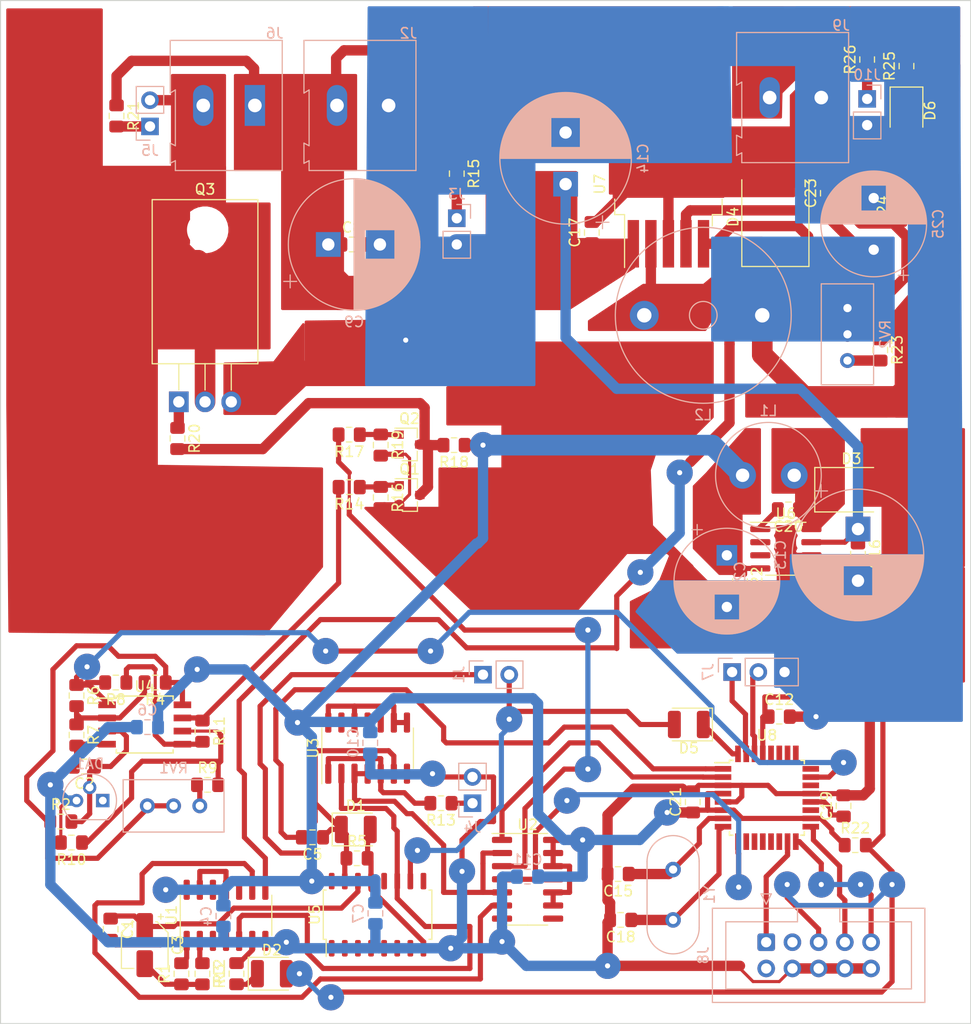
<source format=kicad_pcb>
(kicad_pcb (version 20171130) (host pcbnew 5.1.6-1.fc32)
  (layers (0 F.Cu signal) (31 B.Cu signal) (34 B.Paste user) (35 F.Paste user) (36 B.SilkS user) (37 F.SilkS user) (38 B.Mask user) (39 F.Mask user) (44 Edge.Cuts user))
  (net 0 "")
  (net 1 "Net-(C1-Pad1)")
  (net 2 "Net-(C1-Pad2)")
  (net 3 "Net-(C2-Pad1)")
  (net 4 GND)
  (net 5 "Net-(C3-Pad2)")
  (net 6 +5V)
  (net 7 "Net-(C5-Pad1)")
  (net 8 IRQResp)
  (net 9 +24V)
  (net 10 MCUReset)
  (net 11 "Net-(C15-Pad1)")
  (net 12 "Net-(C18-Pad1)")
  (net 13 "Net-(C19-Pad1)")
  (net 14 "Net-(C20-Pad1)")
  (net 15 "Net-(C20-Pad2)")
  (net 16 "Net-(C23-Pad1)")
  (net 17 "Net-(D2-Pad1)")
  (net 18 "Net-(D4-Pad1)")
  (net 19 "Net-(D5-Pad1)")
  (net 20 IRQ)
  (net 21 "Net-(D6-Pad1)")
  (net 22 "Net-(DA1-Pad1)")
  (net 23 "Net-(J3-Pad1)")
  (net 24 "Net-(J4-Pad1)")
  (net 25 "Net-(J5-Pad1)")
  (net 26 "Net-(J5-Pad2)")
  (net 27 "Net-(J7-Pad1)")
  (net 28 "Net-(J7-Pad2)")
  (net 29 "Net-(J8-Pad1)")
  (net 30 "Net-(J8-Pad3)")
  (net 31 "Net-(J8-Pad7)")
  (net 32 "Net-(J8-Pad9)")
  (net 33 "Net-(J8-Pad2)")
  (net 34 "Net-(J10-Pad1)")
  (net 35 "Net-(Q1-Pad1)")
  (net 36 "Net-(Q1-Pad3)")
  (net 37 "Net-(Q2-Pad1)")
  (net 38 "Net-(Q3-Pad1)")
  (net 39 "Net-(R3-Pad1)")
  (net 40 "Net-(R4-Pad2)")
  (net 41 Temperature)
  (net 42 "Net-(R11-Pad2)")
  (net 43 "Net-(R9-Pad1)")
  (net 44 "Net-(R10-Pad1)")
  (net 45 "Net-(R11-Pad1)")
  (net 46 "Net-(R12-Pad2)")
  (net 47 "Net-(R13-Pad2)")
  (net 48 HeatOFF)
  (net 49 "Net-(R23-Pad2)")
  (net 50 "Net-(R23-Pad1)")
  (net 51 "Net-(U1-Pad12)")
  (net 52 "Net-(U1-Pad10)")
  (net 53 "Net-(U1-Pad9)")
  (net 54 PL_ON)
  (net 55 "Net-(U1-Pad5)")
  (net 56 MCUHeatOff)
  (net 57 "Net-(U2-Pad2)")
  (net 58 MCU_PL_ON)
  (net 59 "Net-(U2-Pad8)")
  (net 60 "Net-(U2-Pad11)")
  (net 61 "Net-(U3-Pad10)")
  (net 62 "Net-(U3-Pad13)")
  (net 63 "Net-(U5-Pad1)")
  (net 64 "Net-(U5-Pad2)")
  (net 65 "Net-(U5-Pad3)")
  (net 66 "Net-(U5-Pad4)")
  (net 67 "Net-(U5-Pad5)")
  (net 68 "Net-(U5-Pad6)")
  (net 69 "Net-(U5-Pad7)")
  (net 70 "Net-(U5-Pad9)")
  (net 71 "Net-(U5-Pad12)")
  (net 72 "Net-(U6-Pad5)")
  (net 73 "Net-(U8-Pad10)")
  (net 74 "Net-(U8-Pad11)")
  (net 75 "Net-(U8-Pad12)")
  (net 76 "Net-(U8-Pad13)")
  (net 77 "Net-(U8-Pad14)")
  (net 78 "Net-(U8-Pad19)")
  (net 79 "Net-(U8-Pad22)")
  (net 80 "Net-(U8-Pad24)")
  (net 81 "Net-(U8-Pad25)")
  (net 82 "Net-(U8-Pad26)")
  (net 83 "Net-(U8-Pad27)")
  (net 84 "Net-(U8-Pad28)")
  (module Capacitor_SMD:C_0805_2012Metric_Pad1.15x1.40mm_HandSolder (layer F.Cu) (at 46.745 36.322)
    (fp_text reference C8 (at 0 -1.65) (layer F.SilkS))
    (fp_text value 2.2uF)
    (pad 2 smd roundrect (at 1.025 0) (size 1.15 1.4) (layers F.Cu F.Paste F.Mask) (roundrect_rratio 0.217391) (net 4 GND))
    (pad 1 smd roundrect (at -1.025 0) (size 1.15 1.4) (layers F.Cu F.Paste F.Mask) (roundrect_rratio 0.217391) (net 9 +24V))
  )
  (module Capacitor_THT:CP_Radial_D12.5mm_P5.00mm (layer B.Cu) (at 67.437 30.48 90)
    (fp_text reference C14 (at 2.5 7.5 270) (layer B.SilkS) (effects (justify mirror)))
    (fp_text value "1000uF x 48V")
    (pad 2 thru_hole circle (at 5 0 90) (size 2.4 2.4) (drill 1.2) (layers *.Cu *.Mask) (net 4 GND))
    (pad 1 thru_hole rect (at 0 0 90) (size 2.4 2.4) (drill 1.2) (layers *.Cu *.Mask) (net 9 +24V))
  )
  (module Capacitor_THT:CP_Radial_D12.5mm_P5.00mm (layer B.Cu) (at 95.758 63.881 270)
    (fp_text reference C13 (at 2.5 7.5 270) (layer B.SilkS) (effects (justify mirror)))
    (fp_text value "1000uF x 48V")
    (pad 2 thru_hole circle (at 5 0 270) (size 2.4 2.4) (drill 1.2) (layers *.Cu *.Mask) (net 4 GND))
    (pad 1 thru_hole rect (at 0 0 270) (size 2.4 2.4) (drill 1.2) (layers *.Cu *.Mask) (net 9 +24V))
  )
  (module Capacitor_THT:CP_Radial_D12.5mm_P5.00mm (layer B.Cu) (at 44.45 36.322)
    (fp_text reference C9 (at 2.5 7.5) (layer B.SilkS) (effects (justify mirror)))
    (fp_text value 1000uFx50V)
    (pad 2 thru_hole circle (at 5 0) (size 2.4 2.4) (drill 1.2) (layers *.Cu *.Mask) (net 4 GND))
    (pad 1 thru_hole rect (at 0 0) (size 2.4 2.4) (drill 1.2) (layers *.Cu *.Mask) (net 9 +24V))
  )
  (module Resistor_SMD:R_0805_2012Metric_Pad1.15x1.40mm_HandSolder (layer F.Cu) (at 20.066 80.001 270)
    (fp_text reference R6 (at 0 -1.65 90) (layer F.SilkS))
    (fp_text value 10k)
    (pad 1 smd roundrect (at -1.025 0 270) (size 1.15 1.4) (layers F.Cu F.Paste F.Mask) (roundrect_rratio 0.217391) (net 41 Temperature))
    (pad 2 smd roundrect (at 1.025 0 270) (size 1.15 1.4) (layers F.Cu F.Paste F.Mask) (roundrect_rratio 0.217391) (net 40 "Net-(R4-Pad2)"))
  )
  (module Package_TO_SOT_THT:TO-220-3_Horizontal_TabDown (layer F.Cu) (at 29.972 51.562)
    (fp_text reference Q3 (at 2.54 -20.58) (layer F.SilkS))
    (fp_text value IRLZ44N)
    (pad 3 thru_hole oval (at 5.08 0) (size 1.905 2) (drill 1.1) (layers *.Cu *.Mask) (net 4 GND))
    (pad 2 thru_hole oval (at 2.54 0) (size 1.905 2) (drill 1.1) (layers *.Cu *.Mask) (net 26 "Net-(J5-Pad2)"))
    (pad 1 thru_hole rect (at 0 0) (size 1.905 2) (drill 1.1) (layers *.Cu *.Mask) (net 38 "Net-(Q3-Pad1)"))
    (pad "" np_thru_hole oval (at 2.54 -16.66) (size 3.5 3.5) (drill 3.5) (layers *.Cu *.Mask))
  )
  (module Package_SO:SOIC-8_3.9x4.9mm_P1.27mm (layer F.Cu) (at 88.773 65.786)
    (fp_text reference U6 (at 0 -3.4) (layer F.SilkS))
    (fp_text value LM22675-5.0)
    (pad 8 smd roundrect (at 2.475 -1.905) (size 1.95 0.6) (layers F.Cu F.Paste F.Mask) (net 14 "Net-(C20-Pad1)"))
    (pad 7 smd roundrect (at 2.475 -0.635) (size 1.95 0.6) (layers F.Cu F.Paste F.Mask) (net 9 +24V))
    (pad 6 smd roundrect (at 2.475 0.635) (size 1.95 0.6) (layers F.Cu F.Paste F.Mask) (net 4 GND))
    (pad 5 smd roundrect (at 2.475 1.905) (size 1.95 0.6) (layers F.Cu F.Paste F.Mask) (net 72 "Net-(U6-Pad5)"))
    (pad 4 smd roundrect (at -2.475 1.905) (size 1.95 0.6) (layers F.Cu F.Paste F.Mask) (net 6 +5V))
    (pad 3 smd roundrect (at -2.475 0.635) (size 1.95 0.6) (layers F.Cu F.Paste F.Mask))
    (pad 2 smd roundrect (at -2.475 -0.635) (size 1.95 0.6) (layers F.Cu F.Paste F.Mask))
    (pad 1 smd roundrect (at -2.475 -1.905) (size 1.95 0.6) (layers F.Cu F.Paste F.Mask) (net 15 "Net-(C20-Pad2)"))
  )
  (module Potentiometer_THT:Potentiometer_Bourns_3296W_Vertical (layer B.Cu) (at 94.742 42.4815 90)
    (fp_text reference RV2 (at -2.54 3.66 270) (layer B.SilkS) (effects (justify mirror)))
    (fp_text value 10k)
    (pad 3 thru_hole circle (at -5.08 0 90) (size 1.44 1.44) (drill 0.8) (layers *.Cu *.Mask) (net 49 "Net-(R23-Pad2)"))
    (pad 2 thru_hole circle (at -2.54 0 90) (size 1.44 1.44) (drill 0.8) (layers *.Cu *.Mask) (net 16 "Net-(C23-Pad1)"))
    (pad 1 thru_hole circle (at 0 0 90) (size 1.44 1.44) (drill 0.8) (layers *.Cu *.Mask) (net 16 "Net-(C23-Pad1)"))
  )
  (module Capacitor_SMD:C_0805_2012Metric_Pad1.15x1.40mm_HandSolder (layer F.Cu) (at 23.368 102.625 270)
    (fp_text reference C1 (at 0 -1.65 90) (layer F.SilkS))
    (fp_text value 47pF)
    (pad 1 smd roundrect (at -1.025 0 270) (size 1.15 1.4) (layers F.Cu F.Paste F.Mask) (roundrect_rratio 0.217391) (net 1 "Net-(C1-Pad1)"))
    (pad 2 smd roundrect (at 1.025 0 270) (size 1.15 1.4) (layers F.Cu F.Paste F.Mask) (roundrect_rratio 0.217391) (net 2 "Net-(C1-Pad2)"))
  )
  (module Capacitor_SMD:C_0805_2012Metric_Pad1.15x1.40mm_HandSolder (layer F.Cu) (at 20.819 86.868 180)
    (fp_text reference C2 (at 0 -1.65) (layer F.SilkS))
    (fp_text value 0.1uF)
    (pad 1 smd roundrect (at -1.025 0 180) (size 1.15 1.4) (layers F.Cu F.Paste F.Mask) (roundrect_rratio 0.217391) (net 3 "Net-(C2-Pad1)"))
    (pad 2 smd roundrect (at 1.025 0 180) (size 1.15 1.4) (layers F.Cu F.Paste F.Mask) (roundrect_rratio 0.217391) (net 4 GND))
  )
  (module Capacitor_SMD:CP_Elec_4x5.7 (layer F.Cu) (at 26.67 104.162 270)
    (fp_text reference C3 (at 0 -3.2 90) (layer F.SilkS))
    (fp_text value 47uF)
    (pad 1 smd roundrect (at -1.8 0 270) (size 2.6 1.6) (layers F.Cu F.Paste F.Mask) (roundrect_rratio 0.15625) (net 1 "Net-(C1-Pad1)"))
    (pad 2 smd roundrect (at 1.8 0 270) (size 2.6 1.6) (layers F.Cu F.Paste F.Mask) (roundrect_rratio 0.15625) (net 5 "Net-(C3-Pad2)"))
  )
  (module Capacitor_SMD:C_0805_2012Metric_Pad1.15x1.40mm_HandSolder (layer B.Cu) (at 34.29 101.355 270)
    (fp_text reference C4 (at 0 1.65 90) (layer B.SilkS) (effects (justify mirror)))
    (fp_text value 1uF)
    (pad 1 smd roundrect (at -1.025 0 270) (size 1.15 1.4) (layers B.Cu B.Paste B.Mask) (roundrect_rratio 0.217391) (net 6 +5V))
    (pad 2 smd roundrect (at 1.025 0 270) (size 1.15 1.4) (layers B.Cu B.Paste B.Mask) (roundrect_rratio 0.217391) (net 4 GND))
  )
  (module Capacitor_SMD:C_0805_2012Metric_Pad1.15x1.40mm_HandSolder (layer F.Cu) (at 42.917 93.726 180)
    (fp_text reference C5 (at 0 -1.65) (layer F.SilkS))
    (fp_text value 1uF)
    (pad 1 smd roundrect (at -1.025 0 180) (size 1.15 1.4) (layers F.Cu F.Paste F.Mask) (roundrect_rratio 0.217391) (net 7 "Net-(C5-Pad1)"))
    (pad 2 smd roundrect (at 1.025 0 180) (size 1.15 1.4) (layers F.Cu F.Paste F.Mask) (roundrect_rratio 0.217391) (net 8 IRQResp))
  )
  (module Capacitor_SMD:C_0805_2012Metric_Pad1.15x1.40mm_HandSolder (layer B.Cu) (at 26.933 83.058 180)
    (fp_text reference C6 (at 0 1.65) (layer B.SilkS) (effects (justify mirror)))
    (fp_text value 2.2uF)
    (pad 1 smd roundrect (at -1.025 0 180) (size 1.15 1.4) (layers B.Cu B.Paste B.Mask) (roundrect_rratio 0.217391) (net 6 +5V))
    (pad 2 smd roundrect (at 1.025 0 180) (size 1.15 1.4) (layers B.Cu B.Paste B.Mask) (roundrect_rratio 0.217391) (net 4 GND))
  )
  (module Capacitor_SMD:C_0805_2012Metric_Pad1.15x1.40mm_HandSolder (layer B.Cu) (at 49.013 101.092 270)
    (fp_text reference C7 (at 0 1.65 90) (layer B.SilkS) (effects (justify mirror)))
    (fp_text value 1uF)
    (pad 2 smd roundrect (at 1.025 0 270) (size 1.15 1.4) (layers B.Cu B.Paste B.Mask) (roundrect_rratio 0.217391) (net 4 GND))
    (pad 1 smd roundrect (at -1.025 0 270) (size 1.15 1.4) (layers B.Cu B.Paste B.Mask) (roundrect_rratio 0.217391) (net 6 +5V))
  )
  (module Capacitor_SMD:C_0805_2012Metric_Pad1.15x1.40mm_HandSolder (layer B.Cu) (at 48.514 84.582 270)
    (fp_text reference C10 (at 0 1.65 90) (layer B.SilkS) (effects (justify mirror)))
    (fp_text value 1uF)
    (pad 2 smd roundrect (at 1.025 0 270) (size 1.15 1.4) (layers B.Cu B.Paste B.Mask) (roundrect_rratio 0.217391) (net 4 GND))
    (pad 1 smd roundrect (at -1.025 0 270) (size 1.15 1.4) (layers B.Cu B.Paste B.Mask) (roundrect_rratio 0.217391) (net 6 +5V))
  )
  (module Capacitor_SMD:C_0805_2012Metric_Pad1.15x1.40mm_HandSolder (layer B.Cu) (at 63.745 97.536 180)
    (fp_text reference C11 (at 0 1.65) (layer B.SilkS) (effects (justify mirror)))
    (fp_text value 1uF)
    (pad 2 smd roundrect (at 1.025 0 180) (size 1.15 1.4) (layers B.Cu B.Paste B.Mask) (roundrect_rratio 0.217391) (net 4 GND))
    (pad 1 smd roundrect (at -1.025 0 180) (size 1.15 1.4) (layers B.Cu B.Paste B.Mask) (roundrect_rratio 0.217391) (net 6 +5V))
  )
  (module Capacitor_SMD:C_0805_2012Metric_Pad1.15x1.40mm_HandSolder (layer F.Cu) (at 88.129 82.042)
    (fp_text reference C12 (at 0 -1.65) (layer F.SilkS))
    (fp_text value 100nF)
    (pad 2 smd roundrect (at 1.025 0) (size 1.15 1.4) (layers F.Cu F.Paste F.Mask) (roundrect_rratio 0.217391) (net 4 GND))
    (pad 1 smd roundrect (at -1.025 0) (size 1.15 1.4) (layers F.Cu F.Paste F.Mask) (roundrect_rratio 0.217391) (net 10 MCUReset))
  )
  (module Capacitor_SMD:C_0805_2012Metric_Pad1.15x1.40mm_HandSolder (layer F.Cu) (at 72.526 97.282 180)
    (fp_text reference C15 (at 0 -1.65) (layer F.SilkS))
    (fp_text value 16pF)
    (pad 1 smd roundrect (at -1.025 0 180) (size 1.15 1.4) (layers F.Cu F.Paste F.Mask) (roundrect_rratio 0.217391) (net 11 "Net-(C15-Pad1)"))
    (pad 2 smd roundrect (at 1.025 0 180) (size 1.15 1.4) (layers F.Cu F.Paste F.Mask) (roundrect_rratio 0.217391) (net 4 GND))
  )
  (module Capacitor_SMD:C_0805_2012Metric_Pad1.15x1.40mm_HandSolder (layer F.Cu) (at 95.758 66.303 270)
    (fp_text reference C16 (at 0 -1.65 90) (layer F.SilkS))
    (fp_text value 2.2uF)
    (pad 2 smd roundrect (at 1.025 0 270) (size 1.15 1.4) (layers F.Cu F.Paste F.Mask) (roundrect_rratio 0.217391) (net 4 GND))
    (pad 1 smd roundrect (at -1.025 0 270) (size 1.15 1.4) (layers F.Cu F.Paste F.Mask) (roundrect_rratio 0.217391) (net 9 +24V))
  )
  (module Capacitor_SMD:C_0805_2012Metric_Pad1.15x1.40mm_HandSolder (layer F.Cu) (at 69.977 35.17 90)
    (fp_text reference C17 (at 0 -1.65 90) (layer F.SilkS))
    (fp_text value 2.2uF)
    (pad 1 smd roundrect (at -1.025 0 90) (size 1.15 1.4) (layers F.Cu F.Paste F.Mask) (roundrect_rratio 0.217391) (net 9 +24V))
    (pad 2 smd roundrect (at 1.025 0 90) (size 1.15 1.4) (layers F.Cu F.Paste F.Mask) (roundrect_rratio 0.217391) (net 4 GND))
  )
  (module Capacitor_SMD:C_0805_2012Metric_Pad1.15x1.40mm_HandSolder (layer F.Cu) (at 72.771 101.727 180)
    (fp_text reference C18 (at 0 -1.65) (layer F.SilkS))
    (fp_text value 16pF)
    (pad 2 smd roundrect (at 1.025 0 180) (size 1.15 1.4) (layers F.Cu F.Paste F.Mask) (roundrect_rratio 0.217391) (net 4 GND))
    (pad 1 smd roundrect (at -1.025 0 180) (size 1.15 1.4) (layers F.Cu F.Paste F.Mask) (roundrect_rratio 0.217391) (net 12 "Net-(C18-Pad1)"))
  )
  (module Capacitor_SMD:C_0805_2012Metric_Pad1.15x1.40mm_HandSolder (layer F.Cu) (at 94.361 90.687 90)
    (fp_text reference C19 (at 0 -1.65 90) (layer F.SilkS))
    (fp_text value 1uF)
    (pad 1 smd roundrect (at -1.025 0 90) (size 1.15 1.4) (layers F.Cu F.Paste F.Mask) (roundrect_rratio 0.217391) (net 13 "Net-(C19-Pad1)"))
    (pad 2 smd roundrect (at 1.025 0 90) (size 1.15 1.4) (layers F.Cu F.Paste F.Mask) (roundrect_rratio 0.217391) (net 4 GND))
  )
  (module Capacitor_SMD:C_0805_2012Metric_Pad1.15x1.40mm_HandSolder (layer F.Cu) (at 89.018 61.976 180)
    (fp_text reference C20 (at 0 -1.65) (layer F.SilkS))
    (fp_text value 10nF)
    (pad 1 smd roundrect (at -1.025 0 180) (size 1.15 1.4) (layers F.Cu F.Paste F.Mask) (roundrect_rratio 0.217391) (net 14 "Net-(C20-Pad1)"))
    (pad 2 smd roundrect (at 1.025 0 180) (size 1.15 1.4) (layers F.Cu F.Paste F.Mask) (roundrect_rratio 0.217391) (net 15 "Net-(C20-Pad2)"))
  )
  (module Capacitor_SMD:C_0805_2012Metric_Pad1.15x1.40mm_HandSolder (layer F.Cu) (at 79.756 90.297 90)
    (fp_text reference C21 (at 0 -1.65 90) (layer F.SilkS))
    (fp_text value 1uF)
    (pad 1 smd roundrect (at -1.025 0 90) (size 1.15 1.4) (layers F.Cu F.Paste F.Mask) (roundrect_rratio 0.217391) (net 6 +5V))
    (pad 2 smd roundrect (at 1.025 0 90) (size 1.15 1.4) (layers F.Cu F.Paste F.Mask) (roundrect_rratio 0.217391) (net 4 GND))
  )
  (module Capacitor_SMD:C_0805_2012Metric_Pad1.15x1.40mm_HandSolder (layer F.Cu) (at 84.328 68.961 270)
    (fp_text reference C22 (at 0 -1.65 90) (layer F.SilkS))
    (fp_text value 2.2uF)
    (pad 2 smd roundrect (at 1.025 0 270) (size 1.15 1.4) (layers F.Cu F.Paste F.Mask) (roundrect_rratio 0.217391) (net 4 GND))
    (pad 1 smd roundrect (at -1.025 0 270) (size 1.15 1.4) (layers F.Cu F.Paste F.Mask) (roundrect_rratio 0.217391) (net 6 +5V))
  )
  (module Capacitor_SMD:C_0805_2012Metric_Pad1.15x1.40mm_HandSolder (layer F.Cu) (at 92.837 31.36 90)
    (fp_text reference C23 (at 0 -1.65 90) (layer F.SilkS))
    (fp_text value 2.2uF)
    (pad 2 smd roundrect (at 1.025 0 90) (size 1.15 1.4) (layers F.Cu F.Paste F.Mask) (roundrect_rratio 0.217391) (net 4 GND))
    (pad 1 smd roundrect (at -1.025 0 90) (size 1.15 1.4) (layers F.Cu F.Paste F.Mask) (roundrect_rratio 0.217391) (net 16 "Net-(C23-Pad1)"))
  )
  (module Capacitor_THT:CP_Radial_D10.0mm_P5.00mm (layer B.Cu) (at 83.058 66.421 270)
    (fp_text reference C24 (at 2.032 -1.27 270) (layer B.SilkS) (effects (justify mirror)))
    (fp_text value "1000uF x 10V")
    (pad 1 thru_hole rect (at 0 0 270) (size 2 2) (drill 1) (layers *.Cu *.Mask) (net 6 +5V))
    (pad 2 thru_hole circle (at 5 0 270) (size 2 2) (drill 1) (layers *.Cu *.Mask) (net 4 GND))
  )
  (module Capacitor_THT:CP_Radial_D10.0mm_P5.00mm (layer B.Cu) (at 97.282 36.83 90)
    (fp_text reference C25 (at 2.5 6.25 270) (layer B.SilkS) (effects (justify mirror)))
    (fp_text value "1000uF x 24V")
    (pad 2 thru_hole circle (at 5 0 90) (size 2 2) (drill 1) (layers *.Cu *.Mask) (net 4 GND))
    (pad 1 thru_hole rect (at 0 0 90) (size 2 2) (drill 1) (layers *.Cu *.Mask) (net 16 "Net-(C23-Pad1)"))
  )
  (module Diode_SMD:D_1210_3225Metric (layer F.Cu) (at 47.114 92.964)
    (fp_text reference D1 (at 0 -2.28) (layer F.SilkS))
    (fp_text value 1N4148)
    (pad 1 smd roundrect (at -1.4 0) (size 1.25 2.65) (layers F.Cu F.Paste F.Mask) (roundrect_rratio 0.2) (net 7 "Net-(C5-Pad1)"))
    (pad 2 smd roundrect (at 1.4 0) (size 1.25 2.65) (layers F.Cu F.Paste F.Mask) (roundrect_rratio 0.2) (net 4 GND))
  )
  (module Diode_SMD:D_1210_3225Metric (layer F.Cu) (at 38.986 106.934)
    (fp_text reference D2 (at 0 -2.28) (layer F.SilkS))
    (fp_text value 1N4148)
    (pad 2 smd roundrect (at 1.4 0) (size 1.25 2.65) (layers F.Cu F.Paste F.Mask) (roundrect_rratio 0.2) (net 10 MCUReset))
    (pad 1 smd roundrect (at -1.4 0) (size 1.25 2.65) (layers F.Cu F.Paste F.Mask) (roundrect_rratio 0.2) (net 17 "Net-(D2-Pad1)"))
  )
  (module Diode_SMD:D_SMB (layer F.Cu) (at 95.123 60.071)
    (fp_text reference D3 (at 0 -3) (layer F.SilkS))
    (fp_text value 10BQ060)
    (pad 1 smd rect (at -2.15 0) (size 2.5 2.3) (layers F.Cu F.Paste F.Mask) (net 14 "Net-(C20-Pad1)"))
    (pad 2 smd rect (at 2.15 0) (size 2.5 2.3) (layers F.Cu F.Paste F.Mask) (net 4 GND))
  )
  (module Diode_SMD:D_SMC (layer F.Cu) (at 87.757 33.655 90)
    (fp_text reference D4 (at 0 -4.1 90) (layer F.SilkS))
    (fp_text value SK54)
    (pad 1 smd rect (at -3.4 0 180) (size 3.3 2.5) (layers F.Cu F.Paste F.Mask) (net 18 "Net-(D4-Pad1)"))
    (pad 2 smd rect (at 3.4 0 180) (size 3.3 2.5) (layers F.Cu F.Paste F.Mask) (net 4 GND))
  )
  (module Diode_SMD:D_1210_3225Metric (layer F.Cu) (at 79.372 82.804 180)
    (fp_text reference D5 (at 0 -2.28) (layer F.SilkS))
    (fp_text value 1N4148)
    (pad 1 smd roundrect (at -1.4 0 180) (size 1.25 2.65) (layers F.Cu F.Paste F.Mask) (roundrect_rratio 0.2) (net 19 "Net-(D5-Pad1)"))
    (pad 2 smd roundrect (at 1.4 0 180) (size 1.25 2.65) (layers F.Cu F.Paste F.Mask) (roundrect_rratio 0.2) (net 20 IRQ))
  )
  (module Diode_SMD:D_1210_3225Metric (layer F.Cu) (at 100.457 23.365 270)
    (fp_text reference D6 (at 0 -2.28 90) (layer F.SilkS))
    (fp_text value 1N4733A)
    (pad 2 smd roundrect (at 1.4 0 270) (size 1.25 2.65) (layers F.Cu F.Paste F.Mask) (roundrect_rratio 0.2) (net 4 GND))
    (pad 1 smd roundrect (at -1.4 0 270) (size 1.25 2.65) (layers F.Cu F.Paste F.Mask) (roundrect_rratio 0.2) (net 21 "Net-(D6-Pad1)"))
  )
  (module Package_TO_SOT_THT:TO-92 (layer B.Cu) (at 22.606 90.17 180)
    (fp_text reference DA1 (at 1.27 3.56) (layer B.SilkS) (effects (justify mirror)))
    (fp_text value LM335)
    (pad 2 thru_hole circle (at 1.27 1.27 90) (size 1.3 1.3) (drill 0.75) (layers *.Cu *.Mask) (net 3 "Net-(C2-Pad1)"))
    (pad 3 thru_hole circle (at 2.54 0 90) (size 1.3 1.3) (drill 0.75) (layers *.Cu *.Mask) (net 4 GND))
    (pad 1 thru_hole rect (at 0 0 90) (size 1.3 1.3) (drill 0.75) (layers *.Cu *.Mask) (net 22 "Net-(DA1-Pad1)"))
  )
  (module Connector_PinHeader_2.54mm:PinHeader_1x02_P2.54mm_Vertical (layer B.Cu) (at 59.436 77.978 270)
    (fp_text reference J1 (at 0 2.33 270) (layer B.SilkS) (effects (justify mirror)))
    (fp_text value Conn_01x02_Male)
    (pad 2 thru_hole oval (at 0 -2.54 270) (size 1.7 1.7) (drill 1) (layers *.Cu *.Mask) (net 20 IRQ))
    (pad 1 thru_hole rect (at 0 0 270) (size 1.7 1.7) (drill 1) (layers *.Cu *.Mask) (net 7 "Net-(C5-Pad1)"))
  )
  (module TerminalBlock:TerminalBlock_Altech_AK300-2_P5.00mm (layer B.Cu) (at 50.292 22.86 180)
    (fp_text reference J2 (at -1.92 6.99) (layer B.SilkS) (effects (justify mirror)))
    (fp_text value Power)
    (pad 1 thru_hole rect (at 0 0 180) (size 1.98 3.96) (drill 1.32) (layers *.Cu *.Mask) (net 4 GND))
    (pad 2 thru_hole oval (at 5 0 180) (size 1.98 3.96) (drill 1.32) (layers *.Cu *.Mask) (net 9 +24V))
  )
  (module Connector_PinHeader_2.54mm:PinHeader_1x02_P2.54mm_Vertical (layer B.Cu) (at 56.896 33.782 180)
    (fp_text reference J3 (at 0 2.33) (layer B.SilkS) (effects (justify mirror)))
    (fp_text value "Power LED")
    (pad 1 thru_hole rect (at 0 0 180) (size 1.7 1.7) (drill 1) (layers *.Cu *.Mask) (net 23 "Net-(J3-Pad1)"))
    (pad 2 thru_hole oval (at 0 -2.54 180) (size 1.7 1.7) (drill 1) (layers *.Cu *.Mask) (net 4 GND))
  )
  (module Connector_PinHeader_2.54mm:PinHeader_1x02_P2.54mm_Vertical (layer B.Cu) (at 58.42 90.424)
    (fp_text reference J4 (at 0 2.33) (layer B.SilkS) (effects (justify mirror)))
    (fp_text value "MCU Fail LED")
    (pad 2 thru_hole oval (at 0 -2.54) (size 1.7 1.7) (drill 1) (layers *.Cu *.Mask) (net 4 GND))
    (pad 1 thru_hole rect (at 0 0) (size 1.7 1.7) (drill 1) (layers *.Cu *.Mask) (net 24 "Net-(J4-Pad1)"))
  )
  (module Connector_PinHeader_2.54mm:PinHeader_1x02_P2.54mm_Vertical (layer B.Cu) (at 27.178 24.892)
    (fp_text reference J5 (at 0 2.33) (layer B.SilkS) (effects (justify mirror)))
    (fp_text value "Heater LED")
    (pad 1 thru_hole rect (at 0 0) (size 1.7 1.7) (drill 1) (layers *.Cu *.Mask) (net 25 "Net-(J5-Pad1)"))
    (pad 2 thru_hole oval (at 0 -2.54) (size 1.7 1.7) (drill 1) (layers *.Cu *.Mask) (net 26 "Net-(J5-Pad2)"))
  )
  (module TerminalBlock:TerminalBlock_Altech_AK300-2_P5.00mm (layer B.Cu) (at 37.338 22.86 180)
    (fp_text reference J6 (at -1.92 6.99) (layer B.SilkS) (effects (justify mirror)))
    (fp_text value Heater)
    (pad 1 thru_hole rect (at 0 0 180) (size 1.98 3.96) (drill 1.32) (layers *.Cu *.Mask) (net 9 +24V))
    (pad 2 thru_hole oval (at 5 0 180) (size 1.98 3.96) (drill 1.32) (layers *.Cu *.Mask) (net 26 "Net-(J5-Pad2)"))
  )
  (module Connector_PinHeader_2.54mm:PinHeader_1x03_P2.54mm_Vertical (layer B.Cu) (at 83.566 77.724 270)
    (fp_text reference J7 (at 0 2.33 270) (layer B.SilkS) (effects (justify mirror)))
    (fp_text value UART)
    (pad 1 thru_hole rect (at 0 0 270) (size 1.7 1.7) (drill 1) (layers *.Cu *.Mask) (net 27 "Net-(J7-Pad1)"))
    (pad 2 thru_hole oval (at 0 -2.54 270) (size 1.7 1.7) (drill 1) (layers *.Cu *.Mask) (net 28 "Net-(J7-Pad2)"))
    (pad 3 thru_hole oval (at 0 -5.08 270) (size 1.7 1.7) (drill 1) (layers *.Cu *.Mask) (net 4 GND))
  )
  (module Connector_IDC:IDC-Header_2x05_P2.54mm_Vertical (layer B.Cu) (at 86.868 103.886 270)
    (fp_text reference J8 (at 1.27 6.1 270) (layer B.SilkS) (effects (justify mirror)))
    (fp_text value AVR-ISP-10)
    (pad 1 thru_hole roundrect (at 0 0 270) (size 1.7 1.7) (drill 1) (layers *.Cu *.Mask) (roundrect_rratio 0.147059) (net 29 "Net-(J8-Pad1)"))
    (pad 3 thru_hole circle (at 0 -2.54 270) (size 1.7 1.7) (drill 1) (layers *.Cu *.Mask) (net 30 "Net-(J8-Pad3)"))
    (pad 5 thru_hole circle (at 0 -5.08 270) (size 1.7 1.7) (drill 1) (layers *.Cu *.Mask) (net 10 MCUReset))
    (pad 7 thru_hole circle (at 0 -7.62 270) (size 1.7 1.7) (drill 1) (layers *.Cu *.Mask) (net 31 "Net-(J8-Pad7)"))
    (pad 9 thru_hole circle (at 0 -10.16 270) (size 1.7 1.7) (drill 1) (layers *.Cu *.Mask) (net 32 "Net-(J8-Pad9)"))
    (pad 2 thru_hole circle (at 2.54 0 270) (size 1.7 1.7) (drill 1) (layers *.Cu *.Mask) (net 33 "Net-(J8-Pad2)"))
    (pad 4 thru_hole circle (at 2.54 -2.54 270) (size 1.7 1.7) (drill 1) (layers *.Cu *.Mask) (net 4 GND))
    (pad 6 thru_hole circle (at 2.54 -5.08 270) (size 1.7 1.7) (drill 1) (layers *.Cu *.Mask) (net 4 GND))
    (pad 8 thru_hole circle (at 2.54 -7.62 270) (size 1.7 1.7) (drill 1) (layers *.Cu *.Mask) (net 4 GND))
    (pad 10 thru_hole circle (at 2.54 -10.16 270) (size 1.7 1.7) (drill 1) (layers *.Cu *.Mask) (net 4 GND))
  )
  (module TerminalBlock:TerminalBlock_Altech_AK300-2_P5.00mm (layer B.Cu) (at 92.202 22.098 180)
    (fp_text reference J9 (at -1.92 6.99) (layer B.SilkS) (effects (justify mirror)))
    (fp_text value Payload)
    (pad 2 thru_hole oval (at 5 0 180) (size 1.98 3.96) (drill 1.32) (layers *.Cu *.Mask) (net 16 "Net-(C23-Pad1)"))
    (pad 1 thru_hole rect (at 0 0 180) (size 1.98 3.96) (drill 1.32) (layers *.Cu *.Mask) (net 4 GND))
  )
  (module Connector_PinHeader_2.54mm:PinHeader_1x02_P2.54mm_Vertical (layer B.Cu) (at 96.647 22.225 180)
    (fp_text reference J10 (at 0 2.33) (layer B.SilkS) (effects (justify mirror)))
    (fp_text value "Payload LED")
    (pad 1 thru_hole rect (at 0 0 180) (size 1.7 1.7) (drill 1) (layers *.Cu *.Mask) (net 34 "Net-(J10-Pad1)"))
    (pad 2 thru_hole oval (at 0 -2.54 180) (size 1.7 1.7) (drill 1) (layers *.Cu *.Mask) (net 4 GND))
  )
  (module Inductor_THT:L_Radial_D10.0mm_P5.00mm_Fastron_07M (layer B.Cu) (at 89.582 58.674 180)
    (fp_text reference L1 (at 2.5 6.25) (layer B.SilkS) (effects (justify mirror)))
    (fp_text value "27uH 1A")
    (pad 1 thru_hole circle (at 0 0 180) (size 2.6 2.6) (drill 1.3) (layers *.Cu *.Mask) (net 14 "Net-(C20-Pad1)"))
    (pad 2 thru_hole circle (at 5 0 180) (size 2.6 2.6) (drill 1.3) (layers *.Cu *.Mask) (net 6 +5V))
  )
  (module Inductor_THT:L_Radial_D16.8mm_P11.43mm_Vishay_IHB-1 (layer B.Cu) (at 75.057 43.18)
    (fp_text reference L2 (at 5.715 9.65) (layer B.SilkS) (effects (justify mirror)))
    (fp_text value "150uH x 3A")
    (pad 1 thru_hole circle (at 0 0) (size 2.8 2.8) (drill 1.4) (layers *.Cu *.Mask) (net 18 "Net-(D4-Pad1)"))
    (pad 2 thru_hole circle (at 11.43 0) (size 2.8 2.8) (drill 1.4) (layers *.Cu *.Mask) (net 16 "Net-(C23-Pad1)"))
  )
  (module Package_TO_SOT_SMD:SOT-23 (layer F.Cu) (at 52.324 60.579)
    (fp_text reference Q1 (at 0 -2.5) (layer F.SilkS))
    (fp_text value 2N7002)
    (pad 1 smd rect (at -1 -0.95) (size 0.9 0.8) (layers F.Cu F.Paste F.Mask) (net 35 "Net-(Q1-Pad1)"))
    (pad 2 smd rect (at -1 0.95) (size 0.9 0.8) (layers F.Cu F.Paste F.Mask) (net 4 GND))
    (pad 3 smd rect (at 1 0) (size 0.9 0.8) (layers F.Cu F.Paste F.Mask) (net 36 "Net-(Q1-Pad3)"))
  )
  (module Package_TO_SOT_SMD:SOT-23 (layer F.Cu) (at 52.308 55.687)
    (fp_text reference Q2 (at 0 -2.5) (layer F.SilkS))
    (fp_text value 2N7002)
    (pad 3 smd rect (at 1 0) (size 0.9 0.8) (layers F.Cu F.Paste F.Mask) (net 36 "Net-(Q1-Pad3)"))
    (pad 2 smd rect (at -1 0.95) (size 0.9 0.8) (layers F.Cu F.Paste F.Mask) (net 4 GND))
    (pad 1 smd rect (at -1 -0.95) (size 0.9 0.8) (layers F.Cu F.Paste F.Mask) (net 37 "Net-(Q2-Pad1)"))
  )
  (module Resistor_SMD:R_0805_2012Metric_Pad1.15x1.40mm_HandSolder (layer F.Cu) (at 30.226 106.943 90)
    (fp_text reference R1 (at 0 -1.65 90) (layer F.SilkS))
    (fp_text value 20k)
    (pad 1 smd roundrect (at -1.025 0 90) (size 1.15 1.4) (layers F.Cu F.Paste F.Mask) (roundrect_rratio 0.217391) (net 5 "Net-(C3-Pad2)"))
    (pad 2 smd roundrect (at 1.025 0 90) (size 1.15 1.4) (layers F.Cu F.Paste F.Mask) (roundrect_rratio 0.217391) (net 2 "Net-(C1-Pad2)"))
  )
  (module Resistor_SMD:R_0805_2012Metric_Pad1.15x1.40mm_HandSolder (layer F.Cu) (at 18.542 92.202)
    (fp_text reference R2 (at 0 -1.65) (layer F.SilkS))
    (fp_text value 1.2k)
    (pad 1 smd roundrect (at -1.025 0) (size 1.15 1.4) (layers F.Cu F.Paste F.Mask) (roundrect_rratio 0.217391) (net 6 +5V))
    (pad 2 smd roundrect (at 1.025 0) (size 1.15 1.4) (layers F.Cu F.Paste F.Mask) (roundrect_rratio 0.217391) (net 3 "Net-(C2-Pad1)"))
  )
  (module Resistor_SMD:R_0805_2012Metric_Pad1.15x1.40mm_HandSolder (layer F.Cu) (at 32.258 106.943 270)
    (fp_text reference R3 (at 0 -1.65 90) (layer F.SilkS))
    (fp_text value 10k)
    (pad 2 smd roundrect (at 1.025 0 270) (size 1.15 1.4) (layers F.Cu F.Paste F.Mask) (roundrect_rratio 0.217391) (net 5 "Net-(C3-Pad2)"))
    (pad 1 smd roundrect (at -1.025 0 270) (size 1.15 1.4) (layers F.Cu F.Paste F.Mask) (roundrect_rratio 0.217391) (net 39 "Net-(R3-Pad1)"))
  )
  (module Resistor_SMD:R_0805_2012Metric_Pad1.15x1.40mm_HandSolder (layer F.Cu) (at 27.677 78.74 180)
    (fp_text reference R4 (at 0 -1.65) (layer F.SilkS))
    (fp_text value 16k)
    (pad 2 smd roundrect (at 1.025 0 180) (size 1.15 1.4) (layers F.Cu F.Paste F.Mask) (roundrect_rratio 0.217391) (net 40 "Net-(R4-Pad2)"))
    (pad 1 smd roundrect (at -1.025 0 180) (size 1.15 1.4) (layers F.Cu F.Paste F.Mask) (roundrect_rratio 0.217391) (net 6 +5V))
  )
  (module Resistor_SMD:R_0805_2012Metric_Pad1.15x1.40mm_HandSolder (layer F.Cu) (at 47.235 95.758)
    (fp_text reference R5 (at 0 -1.65) (layer F.SilkS))
    (fp_text value 1k)
    (pad 2 smd roundrect (at 1.025 0) (size 1.15 1.4) (layers F.Cu F.Paste F.Mask) (roundrect_rratio 0.217391) (net 4 GND))
    (pad 1 smd roundrect (at -1.025 0) (size 1.15 1.4) (layers F.Cu F.Paste F.Mask) (roundrect_rratio 0.217391) (net 7 "Net-(C5-Pad1)"))
  )
  (module Resistor_SMD:R_0805_2012Metric_Pad1.15x1.40mm_HandSolder (layer F.Cu) (at 20.066 83.82 270)
    (fp_text reference R7 (at 0 -1.65 90) (layer F.SilkS))
    (fp_text value 130k)
    (pad 2 smd roundrect (at 1.025 0 270) (size 1.15 1.4) (layers F.Cu F.Paste F.Mask) (roundrect_rratio 0.217391) (net 4 GND))
    (pad 1 smd roundrect (at -1.025 0 270) (size 1.15 1.4) (layers F.Cu F.Paste F.Mask) (roundrect_rratio 0.217391) (net 40 "Net-(R4-Pad2)"))
  )
  (module Resistor_SMD:R_0805_2012Metric_Pad1.15x1.40mm_HandSolder (layer F.Cu) (at 23.867 78.74 180)
    (fp_text reference R8 (at 0 -1.65) (layer F.SilkS))
    (fp_text value 1k)
    (pad 2 smd roundrect (at 1.025 0 180) (size 1.15 1.4) (layers F.Cu F.Paste F.Mask) (roundrect_rratio 0.217391) (net 41 Temperature))
    (pad 1 smd roundrect (at -1.025 0 180) (size 1.15 1.4) (layers F.Cu F.Paste F.Mask) (roundrect_rratio 0.217391) (net 42 "Net-(R11-Pad2)"))
  )
  (module Resistor_SMD:R_0805_2012Metric_Pad1.15x1.40mm_HandSolder (layer F.Cu) (at 32.757 88.646)
    (fp_text reference R9 (at 0 -1.65) (layer F.SilkS))
    (fp_text value 12k)
    (pad 1 smd roundrect (at -1.025 0) (size 1.15 1.4) (layers F.Cu F.Paste F.Mask) (roundrect_rratio 0.217391) (net 43 "Net-(R9-Pad1)"))
    (pad 2 smd roundrect (at 1.025 0) (size 1.15 1.4) (layers F.Cu F.Paste F.Mask) (roundrect_rratio 0.217391) (net 44 "Net-(R10-Pad1)"))
  )
  (module Resistor_SMD:R_0805_2012Metric_Pad1.15x1.40mm_HandSolder (layer F.Cu) (at 19.567 94.234 180)
    (fp_text reference R10 (at 0 -1.65) (layer F.SilkS))
    (fp_text value 10k)
    (pad 2 smd roundrect (at 1.025 0 180) (size 1.15 1.4) (layers F.Cu F.Paste F.Mask) (roundrect_rratio 0.217391) (net 4 GND))
    (pad 1 smd roundrect (at -1.025 0 180) (size 1.15 1.4) (layers F.Cu F.Paste F.Mask) (roundrect_rratio 0.217391) (net 44 "Net-(R10-Pad1)"))
  )
  (module Resistor_SMD:R_0805_2012Metric_Pad1.15x1.40mm_HandSolder (layer F.Cu) (at 32.258 83.448 270)
    (fp_text reference R11 (at 0 -1.65 90) (layer F.SilkS))
    (fp_text value 75k)
    (pad 1 smd roundrect (at -1.025 0 270) (size 1.15 1.4) (layers F.Cu F.Paste F.Mask) (roundrect_rratio 0.217391) (net 45 "Net-(R11-Pad1)"))
    (pad 2 smd roundrect (at 1.025 0 270) (size 1.15 1.4) (layers F.Cu F.Paste F.Mask) (roundrect_rratio 0.217391) (net 42 "Net-(R11-Pad2)"))
  )
  (module Resistor_SMD:R_0805_2012Metric_Pad1.15x1.40mm_HandSolder (layer F.Cu) (at 35.56 106.934 90)
    (fp_text reference R12 (at 0 -1.65 90) (layer F.SilkS))
    (fp_text value 470)
    (pad 1 smd roundrect (at -1.025 0 90) (size 1.15 1.4) (layers F.Cu F.Paste F.Mask) (roundrect_rratio 0.217391) (net 17 "Net-(D2-Pad1)"))
    (pad 2 smd roundrect (at 1.025 0 90) (size 1.15 1.4) (layers F.Cu F.Paste F.Mask) (roundrect_rratio 0.217391) (net 46 "Net-(R12-Pad2)"))
  )
  (module Resistor_SMD:R_0805_2012Metric_Pad1.15x1.40mm_HandSolder (layer F.Cu) (at 55.363 90.424 180)
    (fp_text reference R13 (at 0 -1.65) (layer F.SilkS))
    (fp_text value 470)
    (pad 1 smd roundrect (at -1.025 0 180) (size 1.15 1.4) (layers F.Cu F.Paste F.Mask) (roundrect_rratio 0.217391) (net 24 "Net-(J4-Pad1)"))
    (pad 2 smd roundrect (at 1.025 0 180) (size 1.15 1.4) (layers F.Cu F.Paste F.Mask) (roundrect_rratio 0.217391) (net 47 "Net-(R13-Pad2)"))
  )
  (module Resistor_SMD:R_0805_2012Metric_Pad1.15x1.40mm_HandSolder (layer F.Cu) (at 46.473 59.817 180)
    (fp_text reference R14 (at 0 -1.65) (layer F.SilkS))
    (fp_text value 4.7k)
    (pad 1 smd roundrect (at -1.025 0 180) (size 1.15 1.4) (layers F.Cu F.Paste F.Mask) (roundrect_rratio 0.217391) (net 35 "Net-(Q1-Pad1)"))
    (pad 2 smd roundrect (at 1.025 0 180) (size 1.15 1.4) (layers F.Cu F.Paste F.Mask) (roundrect_rratio 0.217391) (net 45 "Net-(R11-Pad1)"))
  )
  (module Resistor_SMD:R_0805_2012Metric_Pad1.15x1.40mm_HandSolder (layer F.Cu) (at 56.896 29.464 270)
    (fp_text reference R15 (at 0 -1.65 90) (layer F.SilkS))
    (fp_text value 4.2k)
    (pad 2 smd roundrect (at 1.025 0 270) (size 1.15 1.4) (layers F.Cu F.Paste F.Mask) (roundrect_rratio 0.217391) (net 23 "Net-(J3-Pad1)"))
    (pad 1 smd roundrect (at -1.025 0 270) (size 1.15 1.4) (layers F.Cu F.Paste F.Mask) (roundrect_rratio 0.217391) (net 9 +24V))
  )
  (module Resistor_SMD:R_0805_2012Metric_Pad1.15x1.40mm_HandSolder (layer F.Cu) (at 49.53 60.824 270)
    (fp_text reference R16 (at 0 -1.65 90) (layer F.SilkS))
    (fp_text value 47k)
    (pad 2 smd roundrect (at 1.025 0 270) (size 1.15 1.4) (layers F.Cu F.Paste F.Mask) (roundrect_rratio 0.217391) (net 4 GND))
    (pad 1 smd roundrect (at -1.025 0 270) (size 1.15 1.4) (layers F.Cu F.Paste F.Mask) (roundrect_rratio 0.217391) (net 35 "Net-(Q1-Pad1)"))
  )
  (module Resistor_SMD:R_0805_2012Metric_Pad1.15x1.40mm_HandSolder (layer F.Cu) (at 46.473 54.737 180)
    (fp_text reference R17 (at 0 -1.65) (layer F.SilkS))
    (fp_text value 4.7k)
    (pad 1 smd roundrect (at -1.025 0 180) (size 1.15 1.4) (layers F.Cu F.Paste F.Mask) (roundrect_rratio 0.217391) (net 37 "Net-(Q2-Pad1)"))
    (pad 2 smd roundrect (at 1.025 0 180) (size 1.15 1.4) (layers F.Cu F.Paste F.Mask) (roundrect_rratio 0.217391) (net 48 HeatOFF))
  )
  (module Resistor_SMD:R_0805_2012Metric_Pad1.15x1.40mm_HandSolder (layer F.Cu) (at 56.633 55.753 180)
    (fp_text reference R18 (at 0 -1.65) (layer F.SilkS))
    (fp_text value 1k)
    (pad 2 smd roundrect (at 1.025 0 180) (size 1.15 1.4) (layers F.Cu F.Paste F.Mask) (roundrect_rratio 0.217391) (net 36 "Net-(Q1-Pad3)"))
    (pad 1 smd roundrect (at -1.025 0 180) (size 1.15 1.4) (layers F.Cu F.Paste F.Mask) (roundrect_rratio 0.217391) (net 6 +5V))
  )
  (module Resistor_SMD:R_0805_2012Metric_Pad1.15x1.40mm_HandSolder (layer F.Cu) (at 49.53 55.744 270)
    (fp_text reference R19 (at 0 -1.65 90) (layer F.SilkS))
    (fp_text value 47k)
    (pad 1 smd roundrect (at -1.025 0 270) (size 1.15 1.4) (layers F.Cu F.Paste F.Mask) (roundrect_rratio 0.217391) (net 37 "Net-(Q2-Pad1)"))
    (pad 2 smd roundrect (at 1.025 0 270) (size 1.15 1.4) (layers F.Cu F.Paste F.Mask) (roundrect_rratio 0.217391) (net 4 GND))
  )
  (module Resistor_SMD:R_0805_2012Metric_Pad1.15x1.40mm_HandSolder (layer F.Cu) (at 29.845 55.109 270)
    (fp_text reference R20 (at 0 -1.65 90) (layer F.SilkS))
    (fp_text value 47)
    (pad 2 smd roundrect (at 1.025 0 270) (size 1.15 1.4) (layers F.Cu F.Paste F.Mask) (roundrect_rratio 0.217391) (net 36 "Net-(Q1-Pad3)"))
    (pad 1 smd roundrect (at -1.025 0 270) (size 1.15 1.4) (layers F.Cu F.Paste F.Mask) (roundrect_rratio 0.217391) (net 38 "Net-(Q3-Pad1)"))
  )
  (module Resistor_SMD:R_0805_2012Metric_Pad1.15x1.40mm_HandSolder (layer F.Cu) (at 23.9395 23.876 270)
    (fp_text reference R21 (at 0 -1.65 90) (layer F.SilkS))
    (fp_text value 4.2k)
    (pad 1 smd roundrect (at -1.025 0 270) (size 1.15 1.4) (layers F.Cu F.Paste F.Mask) (roundrect_rratio 0.217391) (net 9 +24V))
    (pad 2 smd roundrect (at 1.025 0 270) (size 1.15 1.4) (layers F.Cu F.Paste F.Mask) (roundrect_rratio 0.217391) (net 25 "Net-(J5-Pad1)"))
  )
  (module Resistor_SMD:R_0805_2012Metric_Pad1.15x1.40mm_HandSolder (layer F.Cu) (at 95.495 94.488)
    (fp_text reference R22 (at 0 -1.65) (layer F.SilkS))
    (fp_text value 10k)
    (pad 2 smd roundrect (at 1.025 0) (size 1.15 1.4) (layers F.Cu F.Paste F.Mask) (roundrect_rratio 0.217391) (net 10 MCUReset))
    (pad 1 smd roundrect (at -1.025 0) (size 1.15 1.4) (layers F.Cu F.Paste F.Mask) (roundrect_rratio 0.217391) (net 6 +5V))
  )
  (module Resistor_SMD:R_0805_2012Metric_Pad1.15x1.40mm_HandSolder (layer F.Cu) (at 97.917 46.5365 270)
    (fp_text reference R23 (at 0 -1.65 90) (layer F.SilkS))
    (fp_text value 2k)
    (pad 2 smd roundrect (at 1.025 0 270) (size 1.15 1.4) (layers F.Cu F.Paste F.Mask) (roundrect_rratio 0.217391) (net 49 "Net-(R23-Pad2)"))
    (pad 1 smd roundrect (at -1.025 0 270) (size 1.15 1.4) (layers F.Cu F.Paste F.Mask) (roundrect_rratio 0.217391) (net 50 "Net-(R23-Pad1)"))
  )
  (module Resistor_SMD:R_0805_2012Metric_Pad1.15x1.40mm_HandSolder (layer F.Cu) (at 99.822 33.02 90)
    (fp_text reference R24 (at 0 -1.65 90) (layer F.SilkS))
    (fp_text value 1k)
    (pad 1 smd roundrect (at -1.025 0 90) (size 1.15 1.4) (layers F.Cu F.Paste F.Mask) (roundrect_rratio 0.217391) (net 50 "Net-(R23-Pad1)"))
    (pad 2 smd roundrect (at 1.025 0 90) (size 1.15 1.4) (layers F.Cu F.Paste F.Mask) (roundrect_rratio 0.217391) (net 4 GND))
  )
  (module Resistor_SMD:R_0805_2012Metric_Pad1.15x1.40mm_HandSolder (layer F.Cu) (at 100.457 19.05 90)
    (fp_text reference R25 (at 0 -1.65 90) (layer F.SilkS))
    (fp_text value 680)
    (pad 2 smd roundrect (at 1.025 0 90) (size 1.15 1.4) (layers F.Cu F.Paste F.Mask) (roundrect_rratio 0.217391) (net 16 "Net-(C23-Pad1)"))
    (pad 1 smd roundrect (at -1.025 0 90) (size 1.15 1.4) (layers F.Cu F.Paste F.Mask) (roundrect_rratio 0.217391) (net 21 "Net-(D6-Pad1)"))
  )
  (module Resistor_SMD:R_0805_2012Metric_Pad1.15x1.40mm_HandSolder (layer F.Cu) (at 96.647 18.415 90)
    (fp_text reference R26 (at 0 -1.65 90) (layer F.SilkS))
    (fp_text value 470)
    (pad 1 smd roundrect (at -1.025 0 90) (size 1.15 1.4) (layers F.Cu F.Paste F.Mask) (roundrect_rratio 0.217391) (net 34 "Net-(J10-Pad1)"))
    (pad 2 smd roundrect (at 1.025 0 90) (size 1.15 1.4) (layers F.Cu F.Paste F.Mask) (roundrect_rratio 0.217391) (net 21 "Net-(D6-Pad1)"))
  )
  (module Potentiometer_THT:Potentiometer_Bourns_3296W_Vertical (layer B.Cu) (at 26.924 90.678 180)
    (fp_text reference RV1 (at -2.54 3.66) (layer B.SilkS) (effects (justify mirror)))
    (fp_text value 5k)
    (pad 1 thru_hole circle (at 0 0 180) (size 1.44 1.44) (drill 0.8) (layers *.Cu *.Mask) (net 6 +5V))
    (pad 2 thru_hole circle (at -2.54 0 180) (size 1.44 1.44) (drill 0.8) (layers *.Cu *.Mask) (net 6 +5V))
    (pad 3 thru_hole circle (at -5.08 0 180) (size 1.44 1.44) (drill 0.8) (layers *.Cu *.Mask) (net 43 "Net-(R9-Pad1)"))
  )
  (module Package_SO:SOIC-14_3.9x8.7mm_P1.27mm (layer F.Cu) (at 34.544 101.281 90)
    (fp_text reference U1 (at 0 -5.28 90) (layer F.SilkS))
    (fp_text value 74HC04)
    (pad 14 smd roundrect (at 2.475 -3.81 90) (size 1.95 0.6) (layers F.Cu F.Paste F.Mask) (net 6 +5V))
    (pad 13 smd roundrect (at 2.475 -2.54 90) (size 1.95 0.6) (layers F.Cu F.Paste F.Mask) (net 6 +5V))
    (pad 12 smd roundrect (at 2.475 -1.27 90) (size 1.95 0.6) (layers F.Cu F.Paste F.Mask) (net 51 "Net-(U1-Pad12)"))
    (pad 11 smd roundrect (at 2.475 0 90) (size 1.95 0.6) (layers F.Cu F.Paste F.Mask) (net 6 +5V))
    (pad 10 smd roundrect (at 2.475 1.27 90) (size 1.95 0.6) (layers F.Cu F.Paste F.Mask) (net 52 "Net-(U1-Pad10)"))
    (pad 9 smd roundrect (at 2.475 2.54 90) (size 1.95 0.6) (layers F.Cu F.Paste F.Mask) (net 53 "Net-(U1-Pad9)"))
    (pad 8 smd roundrect (at 2.475 3.81 90) (size 1.95 0.6) (layers F.Cu F.Paste F.Mask) (net 54 PL_ON))
    (pad 7 smd roundrect (at -2.475 3.81 90) (size 1.95 0.6) (layers F.Cu F.Paste F.Mask) (net 4 GND))
    (pad 6 smd roundrect (at -2.475 2.54 90) (size 1.95 0.6) (layers F.Cu F.Paste F.Mask) (net 46 "Net-(R12-Pad2)"))
    (pad 5 smd roundrect (at -2.475 1.27 90) (size 1.95 0.6) (layers F.Cu F.Paste F.Mask) (net 55 "Net-(U1-Pad5)"))
    (pad 4 smd roundrect (at -2.475 0 90) (size 1.95 0.6) (layers F.Cu F.Paste F.Mask) (net 1 "Net-(C1-Pad1)"))
    (pad 3 smd roundrect (at -2.475 -1.27 90) (size 1.95 0.6) (layers F.Cu F.Paste F.Mask) (net 39 "Net-(R3-Pad1)"))
    (pad 2 smd roundrect (at -2.475 -2.54 90) (size 1.95 0.6) (layers F.Cu F.Paste F.Mask) (net 39 "Net-(R3-Pad1)"))
    (pad 1 smd roundrect (at -2.475 -3.81 90) (size 1.95 0.6) (layers F.Cu F.Paste F.Mask) (net 2 "Net-(C1-Pad2)"))
  )
  (module Package_SO:SOIC-14_3.9x8.7mm_P1.27mm (layer F.Cu) (at 63.754 97.79)
    (fp_text reference U2 (at 0 -5.28) (layer F.SilkS))
    (fp_text value 74HC08)
    (pad 1 smd roundrect (at -2.475 -3.81) (size 1.95 0.6) (layers F.Cu F.Paste F.Mask) (net 56 MCUHeatOff))
    (pad 2 smd roundrect (at -2.475 -2.54) (size 1.95 0.6) (layers F.Cu F.Paste F.Mask) (net 57 "Net-(U2-Pad2)"))
    (pad 3 smd roundrect (at -2.475 -1.27) (size 1.95 0.6) (layers F.Cu F.Paste F.Mask) (net 48 HeatOFF))
    (pad 4 smd roundrect (at -2.475 0) (size 1.95 0.6) (layers F.Cu F.Paste F.Mask) (net 58 MCU_PL_ON))
    (pad 5 smd roundrect (at -2.475 1.27) (size 1.95 0.6) (layers F.Cu F.Paste F.Mask) (net 57 "Net-(U2-Pad2)"))
    (pad 6 smd roundrect (at -2.475 2.54) (size 1.95 0.6) (layers F.Cu F.Paste F.Mask) (net 53 "Net-(U1-Pad9)"))
    (pad 7 smd roundrect (at -2.475 3.81) (size 1.95 0.6) (layers F.Cu F.Paste F.Mask) (net 4 GND))
    (pad 8 smd roundrect (at 2.475 3.81) (size 1.95 0.6) (layers F.Cu F.Paste F.Mask) (net 59 "Net-(U2-Pad8)"))
    (pad 9 smd roundrect (at 2.475 2.54) (size 1.95 0.6) (layers F.Cu F.Paste F.Mask) (net 6 +5V))
    (pad 10 smd roundrect (at 2.475 1.27) (size 1.95 0.6) (layers F.Cu F.Paste F.Mask) (net 6 +5V))
    (pad 11 smd roundrect (at 2.475 0) (size 1.95 0.6) (layers F.Cu F.Paste F.Mask) (net 60 "Net-(U2-Pad11)"))
    (pad 12 smd roundrect (at 2.475 -1.27) (size 1.95 0.6) (layers F.Cu F.Paste F.Mask) (net 6 +5V))
    (pad 13 smd roundrect (at 2.475 -2.54) (size 1.95 0.6) (layers F.Cu F.Paste F.Mask) (net 6 +5V))
    (pad 14 smd roundrect (at 2.475 -3.81) (size 1.95 0.6) (layers F.Cu F.Paste F.Mask) (net 6 +5V))
  )
  (module Package_SO:SOIC-14_3.9x8.7mm_P1.27mm (layer F.Cu) (at 48.26 85.09 90)
    (fp_text reference U3 (at 0 -5.28 90) (layer F.SilkS))
    (fp_text value 74HC02)
    (pad 1 smd roundrect (at -2.475 -3.81 90) (size 1.95 0.6) (layers F.Cu F.Paste F.Mask) (net 47 "Net-(R13-Pad2)"))
    (pad 2 smd roundrect (at -2.475 -2.54 90) (size 1.95 0.6) (layers F.Cu F.Paste F.Mask) (net 55 "Net-(U1-Pad5)"))
    (pad 3 smd roundrect (at -2.475 -1.27 90) (size 1.95 0.6) (layers F.Cu F.Paste F.Mask) (net 57 "Net-(U2-Pad2)"))
    (pad 4 smd roundrect (at -2.475 0 90) (size 1.95 0.6) (layers F.Cu F.Paste F.Mask) (net 57 "Net-(U2-Pad2)"))
    (pad 5 smd roundrect (at -2.475 1.27 90) (size 1.95 0.6) (layers F.Cu F.Paste F.Mask) (net 47 "Net-(R13-Pad2)"))
    (pad 6 smd roundrect (at -2.475 2.54 90) (size 1.95 0.6) (layers F.Cu F.Paste F.Mask) (net 7 "Net-(C5-Pad1)"))
    (pad 7 smd roundrect (at -2.475 3.81 90) (size 1.95 0.6) (layers F.Cu F.Paste F.Mask) (net 4 GND))
    (pad 8 smd roundrect (at 2.475 3.81 90) (size 1.95 0.6) (layers F.Cu F.Paste F.Mask) (net 6 +5V))
    (pad 9 smd roundrect (at 2.475 2.54 90) (size 1.95 0.6) (layers F.Cu F.Paste F.Mask) (net 6 +5V))
    (pad 10 smd roundrect (at 2.475 1.27 90) (size 1.95 0.6) (layers F.Cu F.Paste F.Mask) (net 61 "Net-(U3-Pad10)"))
    (pad 11 smd roundrect (at 2.475 0 90) (size 1.95 0.6) (layers F.Cu F.Paste F.Mask) (net 6 +5V))
    (pad 12 smd roundrect (at 2.475 -1.27 90) (size 1.95 0.6) (layers F.Cu F.Paste F.Mask) (net 6 +5V))
    (pad 13 smd roundrect (at 2.475 -2.54 90) (size 1.95 0.6) (layers F.Cu F.Paste F.Mask) (net 62 "Net-(U3-Pad13)"))
    (pad 14 smd roundrect (at 2.475 -3.81 90) (size 1.95 0.6) (layers F.Cu F.Paste F.Mask) (net 6 +5V))
  )
  (module Package_SO:SOIJ-8_5.3x5.3mm_P1.27mm (layer F.Cu) (at 26.67 82.804)
    (fp_text reference U4 (at 0 -3.68) (layer F.SilkS))
    (fp_text value LM158)
    (pad 1 smd rect (at -3.65 -1.905) (size 1.7 0.65) (layers F.Cu F.Paste F.Mask) (net 41 Temperature))
    (pad 2 smd rect (at -3.65 -0.635) (size 1.7 0.65) (layers F.Cu F.Paste F.Mask) (net 40 "Net-(R4-Pad2)"))
    (pad 3 smd rect (at -3.65 0.635) (size 1.7 0.65) (layers F.Cu F.Paste F.Mask) (net 3 "Net-(C2-Pad1)"))
    (pad 4 smd rect (at -3.65 1.905) (size 1.7 0.65) (layers F.Cu F.Paste F.Mask) (net 4 GND))
    (pad 5 smd rect (at 3.65 1.905) (size 1.7 0.65) (layers F.Cu F.Paste F.Mask) (net 42 "Net-(R11-Pad2)"))
    (pad 6 smd rect (at 3.65 0.635) (size 1.7 0.65) (layers F.Cu F.Paste F.Mask) (net 44 "Net-(R10-Pad1)"))
    (pad 7 smd rect (at 3.65 -0.635) (size 1.7 0.65) (layers F.Cu F.Paste F.Mask) (net 45 "Net-(R11-Pad1)"))
    (pad 8 smd rect (at 3.65 -1.905) (size 1.7 0.65) (layers F.Cu F.Paste F.Mask) (net 6 +5V))
  )
  (module Package_SO:SOIC-16_4.55x10.3mm_P1.27mm (layer F.Cu) (at 49.224 101.219 90)
    (fp_text reference U5 (at 0 -6.1 90) (layer F.SilkS))
    (fp_text value 74HC4017)
    (pad 1 smd roundrect (at -3.25 -4.445 90) (size 1.6 0.55) (layers F.Cu F.Paste F.Mask) (net 63 "Net-(U5-Pad1)"))
    (pad 2 smd roundrect (at -3.25 -3.175 90) (size 1.6 0.55) (layers F.Cu F.Paste F.Mask) (net 64 "Net-(U5-Pad2)"))
    (pad 3 smd roundrect (at -3.25 -1.905 90) (size 1.6 0.55) (layers F.Cu F.Paste F.Mask) (net 65 "Net-(U5-Pad3)"))
    (pad 4 smd roundrect (at -3.25 -0.635 90) (size 1.6 0.55) (layers F.Cu F.Paste F.Mask) (net 66 "Net-(U5-Pad4)"))
    (pad 5 smd roundrect (at -3.25 0.635 90) (size 1.6 0.55) (layers F.Cu F.Paste F.Mask) (net 67 "Net-(U5-Pad5)"))
    (pad 6 smd roundrect (at -3.25 1.905 90) (size 1.6 0.55) (layers F.Cu F.Paste F.Mask) (net 68 "Net-(U5-Pad6)"))
    (pad 7 smd roundrect (at -3.25 3.175 90) (size 1.6 0.55) (layers F.Cu F.Paste F.Mask) (net 69 "Net-(U5-Pad7)"))
    (pad 8 smd roundrect (at -3.25 4.445 90) (size 1.6 0.55) (layers F.Cu F.Paste F.Mask) (net 4 GND))
    (pad 9 smd roundrect (at 3.25 4.445 90) (size 1.6 0.55) (layers F.Cu F.Paste F.Mask) (net 70 "Net-(U5-Pad9)"))
    (pad 10 smd roundrect (at 3.25 3.175 90) (size 1.6 0.55) (layers F.Cu F.Paste F.Mask) (net 20 IRQ))
    (pad 11 smd roundrect (at 3.25 1.905 90) (size 1.6 0.55) (layers F.Cu F.Paste F.Mask) (net 55 "Net-(U1-Pad5)"))
    (pad 12 smd roundrect (at 3.25 0.635 90) (size 1.6 0.55) (layers F.Cu F.Paste F.Mask) (net 71 "Net-(U5-Pad12)"))
    (pad 13 smd roundrect (at 3.25 -0.635 90) (size 1.6 0.55) (layers F.Cu F.Paste F.Mask) (net 4 GND))
    (pad 14 smd roundrect (at 3.25 -1.905 90) (size 1.6 0.55) (layers F.Cu F.Paste F.Mask) (net 1 "Net-(C1-Pad1)"))
    (pad 15 smd roundrect (at 3.25 -3.175 90) (size 1.6 0.55) (layers F.Cu F.Paste F.Mask) (net 7 "Net-(C5-Pad1)"))
    (pad 16 smd roundrect (at 3.25 -4.445 90) (size 1.6 0.55) (layers F.Cu F.Paste F.Mask) (net 6 +5V))
  )
  (module Package_TO_SOT_SMD:TO-263-5_TabPin3 (layer F.Cu) (at 77.397 30.48 90)
    (fp_text reference U7 (at 0 -6.65 90) (layer F.SilkS))
    (fp_text value LM2576S-ADJ)
    (pad 1 smd rect (at -5.775 -3.4 90) (size 4.6 1.1) (layers F.Cu F.Paste F.Mask) (net 9 +24V))
    (pad 2 smd rect (at -5.775 -1.7 90) (size 4.6 1.1) (layers F.Cu F.Paste F.Mask) (net 18 "Net-(D4-Pad1)"))
    (pad 3 smd rect (at -5.775 0 90) (size 4.6 1.1) (layers F.Cu F.Paste F.Mask) (net 4 GND))
    (pad 4 smd rect (at -5.775 1.7 90) (size 4.6 1.1) (layers F.Cu F.Paste F.Mask) (net 50 "Net-(R23-Pad1)"))
    (pad 5 smd rect (at -5.775 3.4 90) (size 4.6 1.1) (layers F.Cu F.Paste F.Mask) (net 54 PL_ON))
    (pad 3 smd rect (at 3.375 0 90) (size 9.4 10.8) (layers F.Cu F.Mask) (net 4 GND))
  )
  (module Package_QFP:TQFP-32_7x7mm_P0.8mm (layer F.Cu) (at 86.936 89.897)
    (fp_text reference U8 (at 0 -6.05) (layer F.SilkS))
    (fp_text value ATmega8A-AU)
    (pad 1 smd rect (at -4.25 -2.8) (size 1.6 0.55) (layers F.Cu F.Paste F.Mask) (net 8 IRQResp))
    (pad 2 smd rect (at -4.25 -2) (size 1.6 0.55) (layers F.Cu F.Paste F.Mask) (net 56 MCUHeatOff))
    (pad 3 smd rect (at -4.25 -1.2) (size 1.6 0.55) (layers F.Cu F.Paste F.Mask) (net 4 GND))
    (pad 4 smd rect (at -4.25 -0.4) (size 1.6 0.55) (layers F.Cu F.Paste F.Mask) (net 6 +5V))
    (pad 5 smd rect (at -4.25 0.4) (size 1.6 0.55) (layers F.Cu F.Paste F.Mask) (net 4 GND))
    (pad 6 smd rect (at -4.25 1.2) (size 1.6 0.55) (layers F.Cu F.Paste F.Mask) (net 6 +5V))
    (pad 7 smd rect (at -4.25 2) (size 1.6 0.55) (layers F.Cu F.Paste F.Mask) (net 11 "Net-(C15-Pad1)"))
    (pad 8 smd rect (at -4.25 2.8) (size 1.6 0.55) (layers F.Cu F.Paste F.Mask) (net 12 "Net-(C18-Pad1)"))
    (pad 9 smd rect (at -2.8 4.25 90) (size 1.6 0.55) (layers F.Cu F.Paste F.Mask) (net 58 MCU_PL_ON))
    (pad 10 smd rect (at -2 4.25 90) (size 1.6 0.55) (layers F.Cu F.Paste F.Mask) (net 73 "Net-(U8-Pad10)"))
    (pad 11 smd rect (at -1.2 4.25 90) (size 1.6 0.55) (layers F.Cu F.Paste F.Mask) (net 74 "Net-(U8-Pad11)"))
    (pad 12 smd rect (at -0.4 4.25 90) (size 1.6 0.55) (layers F.Cu F.Paste F.Mask) (net 75 "Net-(U8-Pad12)"))
    (pad 13 smd rect (at 0.4 4.25 90) (size 1.6 0.55) (layers F.Cu F.Paste F.Mask) (net 76 "Net-(U8-Pad13)"))
    (pad 14 smd rect (at 1.2 4.25 90) (size 1.6 0.55) (layers F.Cu F.Paste F.Mask) (net 77 "Net-(U8-Pad14)"))
    (pad 15 smd rect (at 2 4.25 90) (size 1.6 0.55) (layers F.Cu F.Paste F.Mask) (net 29 "Net-(J8-Pad1)"))
    (pad 16 smd rect (at 2.8 4.25 90) (size 1.6 0.55) (layers F.Cu F.Paste F.Mask) (net 32 "Net-(J8-Pad9)"))
    (pad 17 smd rect (at 4.25 2.8) (size 1.6 0.55) (layers F.Cu F.Paste F.Mask) (net 31 "Net-(J8-Pad7)"))
    (pad 18 smd rect (at 4.25 2) (size 1.6 0.55) (layers F.Cu F.Paste F.Mask) (net 6 +5V))
    (pad 19 smd rect (at 4.25 1.2) (size 1.6 0.55) (layers F.Cu F.Paste F.Mask) (net 78 "Net-(U8-Pad19)"))
    (pad 20 smd rect (at 4.25 0.4) (size 1.6 0.55) (layers F.Cu F.Paste F.Mask) (net 13 "Net-(C19-Pad1)"))
    (pad 21 smd rect (at 4.25 -0.4) (size 1.6 0.55) (layers F.Cu F.Paste F.Mask) (net 4 GND))
    (pad 22 smd rect (at 4.25 -1.2) (size 1.6 0.55) (layers F.Cu F.Paste F.Mask) (net 79 "Net-(U8-Pad22)"))
    (pad 23 smd rect (at 4.25 -2) (size 1.6 0.55) (layers F.Cu F.Paste F.Mask) (net 41 Temperature))
    (pad 24 smd rect (at 4.25 -2.8) (size 1.6 0.55) (layers F.Cu F.Paste F.Mask) (net 80 "Net-(U8-Pad24)"))
    (pad 25 smd rect (at 2.8 -4.25 90) (size 1.6 0.55) (layers F.Cu F.Paste F.Mask) (net 81 "Net-(U8-Pad25)"))
    (pad 26 smd rect (at 2 -4.25 90) (size 1.6 0.55) (layers F.Cu F.Paste F.Mask) (net 82 "Net-(U8-Pad26)"))
    (pad 27 smd rect (at 1.2 -4.25 90) (size 1.6 0.55) (layers F.Cu F.Paste F.Mask) (net 83 "Net-(U8-Pad27)"))
    (pad 28 smd rect (at 0.4 -4.25 90) (size 1.6 0.55) (layers F.Cu F.Paste F.Mask) (net 84 "Net-(U8-Pad28)"))
    (pad 29 smd rect (at -0.4 -4.25 90) (size 1.6 0.55) (layers F.Cu F.Paste F.Mask) (net 10 MCUReset))
    (pad 30 smd rect (at -1.2 -4.25 90) (size 1.6 0.55) (layers F.Cu F.Paste F.Mask) (net 28 "Net-(J7-Pad2)"))
    (pad 31 smd rect (at -2 -4.25 90) (size 1.6 0.55) (layers F.Cu F.Paste F.Mask) (net 27 "Net-(J7-Pad1)"))
    (pad 32 smd rect (at -2.8 -4.25 90) (size 1.6 0.55) (layers F.Cu F.Paste F.Mask) (net 19 "Net-(D5-Pad1)"))
  )
  (module Crystal:Crystal_HC49-4H_Vertical (layer B.Cu) (at 77.851 101.727 90)
    (fp_text reference Y1 (at 2.44 3.525 270) (layer B.SilkS) (effects (justify mirror)))
    (fp_text value 8MHz)
    (pad 1 thru_hole circle (at 0 0 90) (size 1.5 1.5) (drill 0.8) (layers *.Cu *.Mask) (net 12 "Net-(C18-Pad1)"))
    (pad 2 thru_hole circle (at 4.88 0 90) (size 1.5 1.5) (drill 0.8) (layers *.Cu *.Mask) (net 11 "Net-(C15-Pad1)"))
  )
  (gr_line (start 106.68 12.7) (end 106.68 111.76) (layer Edge.Cuts) (width 0.1))
  (gr_line (start 12.7 12.7) (end 106.68 12.7) (layer Edge.Cuts) (width 0.1))
  (gr_line (start 12.7 111.76) (end 12.7 12.7) (layer Edge.Cuts) (width 0.1))
  (gr_line (start 106.68 111.76) (end 12.7 111.76) (layer Edge.Cuts) (width 0.1))
  (segment (start 26.67 102.362) (end 29.464 102.362) (width 0.5) (layer F.Cu) (net 1))
  (segment (start 29.464 102.362) (end 29.718 102.108) (width 0.5) (layer F.Cu) (net 1))
  (segment (start 34.544 102.781) (end 34.544 103.756) (width 0.5) (layer F.Cu) (net 1))
  (segment (start 33.871 102.108) (end 34.544 102.781) (width 0.5) (layer F.Cu) (net 1))
  (segment (start 26.67 102.362) (end 25.654 101.346) (width 0.5) (layer F.Cu) (net 1))
  (segment (start 23.622 101.346) (end 23.368 101.6) (width 0.5) (layer F.Cu) (net 1))
  (segment (start 25.654 101.346) (end 23.622 101.346) (width 0.5) (layer F.Cu) (net 1))
  (segment (start 35.306 100.584) (end 33.782 102.108) (width 0.5) (layer F.Cu) (net 1))
  (segment (start 47.319 98.985) (end 45.72 100.584) (width 0.5) (layer F.Cu) (net 1))
  (segment (start 47.319 97.969) (end 47.319 98.985) (width 0.5) (layer F.Cu) (net 1))
  (segment (start 33.782 102.108) (end 33.871 102.108) (width 0.5) (layer F.Cu) (net 1))
  (segment (start 29.718 102.108) (end 33.782 102.108) (width 0.5) (layer F.Cu) (net 1))
  (segment (start 45.72 100.584) (end 35.306 100.584) (width 0.5) (layer F.Cu) (net 1))
  (segment (start 30.734 105.41) (end 30.226 105.918) (width 0.5) (layer F.Cu) (net 2))
  (segment (start 30.734 103.756) (end 30.734 105.41) (width 0.5) (layer F.Cu) (net 2))
  (segment (start 28.194 104.14) (end 23.858 104.14) (width 0.5) (layer F.Cu) (net 2))
  (segment (start 23.858 104.14) (end 23.368 103.65) (width 0.5) (layer F.Cu) (net 2))
  (segment (start 28.578 103.756) (end 28.194 104.14) (width 0.5) (layer F.Cu) (net 2))
  (segment (start 30.734 103.756) (end 28.578 103.756) (width 0.5) (layer F.Cu) (net 2))
  (segment (start 21.844 86.868) (end 23.368 86.868) (width 0.5) (layer F.Cu) (net 3))
  (segment (start 23.368 86.868) (end 24.892 85.344) (width 0.5) (layer F.Cu) (net 3))
  (segment (start 24.37 83.439) (end 23.02 83.439) (width 0.5) (layer F.Cu) (net 3))
  (segment (start 24.892 83.961) (end 24.37 83.439) (width 0.5) (layer F.Cu) (net 3))
  (segment (start 24.892 85.344) (end 24.892 83.961) (width 0.5) (layer F.Cu) (net 3))
  (segment (start 21.336 87.376) (end 21.844 86.868) (width 0.5) (layer F.Cu) (net 3))
  (segment (start 21.336 91.44) (end 21.336 87.376) (width 0.5) (layer F.Cu) (net 3))
  (segment (start 20.574 92.202) (end 21.336 91.44) (width 0.5) (layer F.Cu) (net 3))
  (segment (start 19.567 92.202) (end 20.574 92.202) (width 0.5) (layer F.Cu) (net 3))
  (segment (start 77.397 36.255) (end 77.397 27.105) (width 1) (layer F.Cu) (net 4))
  (segment (start 70.357 34.145) (end 77.397 27.105) (width 1) (layer F.Cu) (net 4))
  (segment (start 69.977 34.145) (end 70.357 34.145) (width 1) (layer F.Cu) (net 4))
  (segment (start 80.547 30.255) (end 77.397 27.105) (width 1) (layer F.Cu) (net 4))
  (segment (start 87.757 30.255) (end 80.547 30.255) (width 1) (layer F.Cu) (net 4))
  (segment (start 87.837 30.335) (end 87.757 30.255) (width 1) (layer F.Cu) (net 4))
  (segment (start 92.837 30.335) (end 87.837 30.335) (width 1) (layer F.Cu) (net 4))
  (segment (start 97.282 31.83) (end 96.012 30.56) (width 1) (layer F.Cu) (net 4))
  (segment (start 96.012 30.56) (end 96.012 30.48) (width 1) (layer F.Cu) (net 4))
  (segment (start 95.867 30.335) (end 92.837 30.335) (width 1) (layer F.Cu) (net 4))
  (segment (start 96.012 30.48) (end 95.867 30.335) (width 1) (layer F.Cu) (net 4))
  (segment (start 97.447 31.995) (end 97.282 31.83) (width 1) (layer F.Cu) (net 4))
  (segment (start 99.822 31.995) (end 97.447 31.995) (width 1) (layer F.Cu) (net 4))
  (segment (start 91.487 26.525) (end 87.757 30.255) (width 1) (layer F.Cu) (net 4))
  (segment (start 91.487 22.225) (end 91.487 26.525) (width 1) (layer F.Cu) (net 4))
  (segment (start 93.247 24.765) (end 91.487 26.525) (width 1) (layer F.Cu) (net 4))
  (segment (start 96.647 24.765) (end 93.247 24.765) (width 1) (layer F.Cu) (net 4))
  (segment (start 100.457 24.765) (end 96.647 24.765) (width 1) (layer F.Cu) (net 4))
  (segment (start 84.328 70.151) (end 83.058 71.421) (width 1) (layer F.Cu) (net 4))
  (segment (start 84.328 69.986) (end 84.328 70.151) (width 1) (layer F.Cu) (net 4))
  (segment (start 95.718 71.421) (end 95.758 71.381) (width 1) (layer F.Cu) (net 4))
  (segment (start 95.758 68.326) (end 95.758 71.381) (width 1) (layer F.Cu) (net 4))
  (segment (start 83.098 71.381) (end 83.058 71.421) (width 1) (layer F.Cu) (net 4))
  (segment (start 95.758 71.381) (end 88.893 71.381) (width 1) (layer F.Cu) (net 4))
  (segment (start 88.893 71.381) (end 83.098 71.381) (width 1) (layer F.Cu) (net 4))
  (segment (start 91.248 66.421) (end 88.773 66.421) (width 0.5) (layer F.Cu) (net 4))
  (segment (start 88.773 68.721) (end 88.893 68.841) (width 0.5) (layer F.Cu) (net 4))
  (segment (start 88.773 66.421) (end 88.773 68.721) (width 0.5) (layer F.Cu) (net 4))
  (segment (start 88.893 68.841) (end 88.893 67.986001) (width 1) (layer F.Cu) (net 4))
  (segment (start 88.893 71.381) (end 88.893 68.841) (width 1) (layer F.Cu) (net 4))
  (segment (start 95.758 71.381) (end 98.037 71.381) (width 1) (layer F.Cu) (net 4))
  (segment (start 98.037 71.381) (end 98.552 70.866) (width 1) (layer F.Cu) (net 4))
  (segment (start 98.552 61.35) (end 97.273 60.071) (width 1) (layer F.Cu) (net 4))
  (segment (start 98.552 70.866) (end 98.552 61.35) (width 1) (layer F.Cu) (net 4))
  (segment (start 49.276 36.322) (end 51.95 36.322) (width 1) (layer F.Cu) (net 4))
  (segment (start 51.95 24.598) (end 50.212 22.86) (width 1) (layer F.Cu) (net 4))
  (segment (start 51.95 36.322) (end 51.95 24.598) (width 1) (layer F.Cu) (net 4))
  (segment (start 56.896 36.322) (end 51.95 36.322) (width 1) (layer F.Cu) (net 4))
  (segment (start 49.85 61.529) (end 49.53 61.849) (width 0.5) (layer F.Cu) (net 4))
  (segment (start 51.324 61.529) (end 49.85 61.529) (width 0.5) (layer F.Cu) (net 4))
  (segment (start 49.662 56.637) (end 49.53 56.769) (width 0.5) (layer F.Cu) (net 4))
  (segment (start 51.308 56.637) (end 49.662 56.637) (width 0.5) (layer F.Cu) (net 4))
  (segment (start 51.308 56.637) (end 51.938 56.637) (width 0.3) (layer F.Cu) (net 4))
  (segment (start 51.938 56.637) (end 52.324 57.023) (width 0.3) (layer F.Cu) (net 4))
  (segment (start 52.324 60.529) (end 51.324 61.529) (width 0.3) (layer F.Cu) (net 4))
  (segment (start 52.324 57.023) (end 52.324 60.529) (width 0.3) (layer F.Cu) (net 4))
  (segment (start 51.95 36.322) (end 51.95 45.586) (width 1) (layer B.Cu) (net 4))
  (segment (start 51.95 45.586) (end 51.95 45.586) (width 1) (layer B.Cu) (net 4))
  (via (at 51.95 45.586) (size 0.8) (drill 0.4) (layers F.Cu B.Cu) (net 4))
  (segment (start 51.95 45.586) (end 51.95 45.586) (width 1) (layer B.Cu) (net 4))
  (via (at 51.95 45.586) (size 2.54) (drill 0.5) (layers F.Cu B.Cu) (net 4))
  (segment (start 35.052 51.562) (end 39.497 51.562) (width 1) (layer F.Cu) (net 4))
  (segment (start 45.473 45.586) (end 51.95 45.586) (width 1) (layer F.Cu) (net 4))
  (segment (start 39.497 51.562) (end 45.473 45.586) (width 1) (layer F.Cu) (net 4))
  (segment (start 79.375 67.738) (end 83.058 71.421) (width 1) (layer F.Cu) (net 4))
  (segment (start 87.846 89.497) (end 91.186 89.497) (width 0.5) (layer F.Cu) (net 4))
  (segment (start 87.046 88.697) (end 87.846 89.497) (width 0.5) (layer F.Cu) (net 4))
  (segment (start 84.506 89.777) (end 84.506 88.697) (width 0.5) (layer F.Cu) (net 4))
  (segment (start 83.986 90.297) (end 84.506 89.777) (width 0.5) (layer F.Cu) (net 4))
  (segment (start 82.686 90.297) (end 83.986 90.297) (width 0.5) (layer F.Cu) (net 4))
  (segment (start 84.506 88.697) (end 87.046 88.697) (width 0.5) (layer F.Cu) (net 4))
  (segment (start 82.686 88.697) (end 84.506 88.697) (width 0.5) (layer F.Cu) (net 4))
  (segment (start 80.331 88.697) (end 79.756 89.272) (width 0.5) (layer F.Cu) (net 4))
  (segment (start 82.686 88.697) (end 80.331 88.697) (width 0.5) (layer F.Cu) (net 4))
  (segment (start 94.196 89.497) (end 94.361 89.662) (width 0.5) (layer F.Cu) (net 4))
  (segment (start 91.186 89.497) (end 94.196 89.497) (width 0.5) (layer F.Cu) (net 4))
  (segment (start 71.746 101.727) (end 71.746 100.067) (width 1) (layer F.Cu) (net 4))
  (segment (start 71.501 99.822) (end 71.501 97.282) (width 1) (layer F.Cu) (net 4))
  (segment (start 71.746 100.067) (end 71.501 99.822) (width 1) (layer F.Cu) (net 4))
  (segment (start 74.041 89.027) (end 71.501 91.567) (width 1) (layer F.Cu) (net 4))
  (segment (start 78.74 89.027) (end 74.041 89.027) (width 1) (layer F.Cu) (net 4))
  (segment (start 71.501 91.567) (end 71.501 97.282) (width 1) (layer F.Cu) (net 4))
  (segment (start 78.985 89.272) (end 78.74 89.027) (width 1) (layer F.Cu) (net 4))
  (segment (start 79.756 89.272) (end 78.985 89.272) (width 1) (layer F.Cu) (net 4))
  (segment (start 71.501 101.972) (end 71.746 101.727) (width 1) (layer F.Cu) (net 4))
  (segment (start 71.501 106.172) (end 71.501 106.172) (width 1) (layer F.Cu) (net 4))
  (segment (start 96.266 89.662) (end 94.361 89.662) (width 1) (layer F.Cu) (net 4))
  (segment (start 96.901 89.027) (end 96.266 89.662) (width 1) (layer F.Cu) (net 4))
  (segment (start 96.901 82.042) (end 96.901 89.027) (width 1) (layer F.Cu) (net 4))
  (segment (start 38.354 103.756) (end 40.256 103.756) (width 0.5) (layer F.Cu) (net 4))
  (segment (start 40.256 103.756) (end 40.386 103.886) (width 0.5) (layer F.Cu) (net 4))
  (segment (start 40.386 103.886) (end 40.386 103.886) (width 0.5) (layer F.Cu) (net 4))
  (via (at 40.386 103.886) (size 2.54) (drill 0.5) (layers F.Cu B.Cu) (net 4))
  (segment (start 34.29 102.38) (end 34.29 103.886) (width 1) (layer B.Cu) (net 4))
  (segment (start 34.29 103.886) (end 40.386 103.886) (width 1) (layer B.Cu) (net 4))
  (segment (start 53.669 104.469) (end 56.313 104.469) (width 0.5) (layer F.Cu) (net 4))
  (segment (start 56.313 104.469) (end 56.313 104.469) (width 0.5) (layer F.Cu) (net 4))
  (via (at 56.313 104.469) (size 2.54) (drill 0.5) (layers F.Cu B.Cu) (net 4))
  (segment (start 49.013 104.131) (end 49.351 104.469) (width 1) (layer B.Cu) (net 4))
  (segment (start 49.013 102.117) (end 49.013 104.131) (width 1) (layer B.Cu) (net 4))
  (segment (start 56.313 104.469) (end 49.351 104.469) (width 1) (layer B.Cu) (net 4))
  (segment (start 53.669 103.849) (end 53.669 104.469) (width 0.5) (layer F.Cu) (net 4))
  (segment (start 48.589 98.769) (end 53.669 103.849) (width 0.5) (layer F.Cu) (net 4))
  (segment (start 48.589 97.969) (end 48.589 98.769) (width 0.5) (layer F.Cu) (net 4))
  (segment (start 40.969 104.469) (end 40.386 103.886) (width 1) (layer B.Cu) (net 4))
  (segment (start 49.351 104.469) (end 40.969 104.469) (width 1) (layer B.Cu) (net 4))
  (segment (start 48.589 96.087) (end 48.26 95.758) (width 0.5) (layer F.Cu) (net 4))
  (segment (start 48.589 97.969) (end 48.589 96.087) (width 0.5) (layer F.Cu) (net 4))
  (segment (start 48.26 93.218) (end 48.514 92.964) (width 0.5) (layer F.Cu) (net 4))
  (segment (start 48.26 95.758) (end 48.26 93.218) (width 0.5) (layer F.Cu) (net 4))
  (segment (start 52.07 87.565) (end 54.545 87.565) (width 0.5) (layer F.Cu) (net 4))
  (segment (start 54.545 87.565) (end 54.545 87.565) (width 0.5) (layer F.Cu) (net 4))
  (via (at 54.545 87.565) (size 2.54) (drill 0.5) (layers F.Cu B.Cu) (net 4))
  (segment (start 48.514 85.607) (end 48.514 87.63) (width 1) (layer B.Cu) (net 4))
  (segment (start 54.48 87.63) (end 54.545 87.565) (width 1) (layer B.Cu) (net 4))
  (segment (start 48.514 87.63) (end 54.48 87.63) (width 1) (layer B.Cu) (net 4))
  (segment (start 54.864 87.884) (end 54.545 87.565) (width 0.5) (layer F.Cu) (net 4))
  (segment (start 58.42 87.884) (end 54.864 87.884) (width 0.5) (layer F.Cu) (net 4))
  (segment (start 61.279 101.6) (end 61.279 103.821) (width 0.5) (layer F.Cu) (net 4))
  (segment (start 61.279 103.821) (end 61.279 103.821) (width 0.5) (layer F.Cu) (net 4))
  (via (at 61.279 103.821) (size 2.54) (drill 0.5) (layers F.Cu B.Cu) (net 4))
  (segment (start 61.279 103.821) (end 61.279 97.601) (width 1) (layer B.Cu) (net 4))
  (segment (start 61.344 97.536) (end 62.72 97.536) (width 1) (layer B.Cu) (net 4))
  (segment (start 61.279 97.601) (end 61.344 97.536) (width 1) (layer B.Cu) (net 4))
  (segment (start 60.631 104.469) (end 61.279 103.821) (width 1) (layer B.Cu) (net 4))
  (segment (start 56.313 104.469) (end 60.631 104.469) (width 1) (layer B.Cu) (net 4))
  (segment (start 71.501 106.172) (end 71.501 101.972) (width 1) (layer F.Cu) (net 4))
  (via (at 71.501 106.172) (size 2.54) (drill 0.5) (layers F.Cu B.Cu) (net 4))
  (segment (start 63.63 106.172) (end 61.279 103.821) (width 1) (layer B.Cu) (net 4))
  (segment (start 71.501 106.172) (end 63.63 106.172) (width 1) (layer B.Cu) (net 4))
  (segment (start 58.42 87.884) (end 60.452 87.884) (width 0.5) (layer F.Cu) (net 4))
  (segment (start 60.452 87.884) (end 60.452 92.202) (width 0.5) (layer F.Cu) (net 4))
  (segment (start 60.452 92.202) (end 59.182 92.202) (width 0.5) (layer F.Cu) (net 4))
  (segment (start 59.182 92.202) (end 57.404 93.98) (width 0.5) (layer F.Cu) (net 4))
  (segment (start 57.404 93.98) (end 57.404 97.028) (width 0.5) (layer F.Cu) (net 4))
  (segment (start 57.404 97.028) (end 57.404 97.028) (width 0.5) (layer F.Cu) (net 4))
  (via (at 57.404 97.028) (size 2.54) (drill 0.5) (layers F.Cu B.Cu) (net 4))
  (segment (start 57.404 103.378) (end 56.313 104.469) (width 1) (layer B.Cu) (net 4))
  (segment (start 57.404 97.028) (end 57.404 103.378) (width 1) (layer B.Cu) (net 4))
  (segment (start 89.154 82.042) (end 91.694 82.042) (width 1) (layer F.Cu) (net 4))
  (segment (start 91.694 82.042) (end 96.901 82.042) (width 1) (layer F.Cu) (net 4))
  (via (at 91.694 82.042) (size 2.54) (drill 0.5) (layers F.Cu B.Cu) (net 4))
  (segment (start 88.646 78.994) (end 91.694 82.042) (width 1) (layer B.Cu) (net 4))
  (segment (start 88.646 77.724) (end 88.646 78.994) (width 1) (layer B.Cu) (net 4))
  (segment (start 20.202 84.709) (end 20.066 84.845) (width 0.5) (layer F.Cu) (net 4))
  (segment (start 23.02 84.709) (end 20.202 84.709) (width 0.5) (layer F.Cu) (net 4))
  (segment (start 20.066 86.596) (end 19.794 86.868) (width 0.5) (layer F.Cu) (net 4))
  (segment (start 20.066 84.845) (end 20.066 86.596) (width 0.5) (layer F.Cu) (net 4))
  (segment (start 19.794 86.868) (end 19.304 86.868) (width 0.5) (layer F.Cu) (net 4))
  (segment (start 19.304 86.868) (end 17.526 88.646) (width 0.5) (layer F.Cu) (net 4))
  (segment (start 17.526 88.646) (end 17.526 88.646) (width 0.5) (layer F.Cu) (net 4))
  (via (at 17.526 88.646) (size 2.54) (drill 0.5) (layers F.Cu B.Cu) (net 4))
  (segment (start 23.114 83.058) (end 17.526 88.646) (width 1) (layer B.Cu) (net 4))
  (segment (start 25.908 83.058) (end 23.114 83.058) (width 1) (layer B.Cu) (net 4))
  (segment (start 19.05 90.17) (end 17.526 88.646) (width 1) (layer B.Cu) (net 4))
  (segment (start 20.066 90.17) (end 19.05 90.17) (width 1) (layer B.Cu) (net 4))
  (segment (start 19.146762 90.17) (end 20.066 90.17) (width 0.3) (layer F.Cu) (net 4))
  (segment (start 18.542 90.774762) (end 19.146762 90.17) (width 0.3) (layer F.Cu) (net 4))
  (segment (start 18.542 94.234) (end 18.542 90.774762) (width 0.3) (layer F.Cu) (net 4))
  (segment (start 89.415 77.724) (end 95.758 71.381) (width 1) (layer F.Cu) (net 4))
  (segment (start 88.646 77.724) (end 89.415 77.724) (width 1) (layer F.Cu) (net 4))
  (segment (start 79.375 67.738) (end 79.375 67.691) (width 1) (layer F.Cu) (net 4))
  (segment (start 57.27 45.586) (end 51.95 45.586) (width 1) (layer F.Cu) (net 4))
  (segment (start 40.386 103.886) (end 23.114 103.886) (width 1) (layer B.Cu) (net 4))
  (segment (start 17.526 98.298) (end 17.526 88.646) (width 1) (layer B.Cu) (net 4))
  (segment (start 23.114 103.886) (end 17.526 98.298) (width 1) (layer B.Cu) (net 4))
  (segment (start 51.324 61.529) (end 51.324 62.246) (width 1) (layer F.Cu) (net 4))
  (segment (start 51.324 62.246) (end 51.34 62.23) (width 0.5) (layer F.Cu) (net 4))
  (segment (start 61.595 49.911) (end 57.27 45.586) (width 1) (layer F.Cu) (net 4))
  (segment (start 75.772 25.48) (end 77.397 27.105) (width 1) (layer F.Cu) (net 4))
  (segment (start 67.437 25.48) (end 75.772 25.48) (width 1) (layer F.Cu) (net 4))
  (segment (start 52.578 36.322) (end 49.45 36.322) (width 1) (layer B.Cu) (net 4))
  (segment (start 57.062056 36.322) (end 52.578 36.322) (width 1) (layer B.Cu) (net 4))
  (segment (start 52.578 36.322) (end 51.95 36.322) (width 1) (layer B.Cu) (net 4))
  (segment (start 95.758 67.328) (end 95.758 68.881) (width 1) (layer F.Cu) (net 4))
  (segment (start 47.77 36.322) (end 49.45 36.322) (width 1) (layer F.Cu) (net 4))
  (segment (start 97.028 106.426) (end 89.408 106.426) (width 1) (layer F.Cu) (net 4))
  (segment (start 71.501 106.172) (end 84.328 106.172) (width 1) (layer F.Cu) (net 4))
  (segment (start 84.328 106.172) (end 84.328 106.426) (width 0.3) (layer F.Cu) (net 4))
  (segment (start 84.328 106.426) (end 85.598 107.696) (width 0.3) (layer F.Cu) (net 4))
  (segment (start 88.138 107.696) (end 89.408 106.426) (width 0.3) (layer F.Cu) (net 4))
  (segment (start 85.598 107.696) (end 88.138 107.696) (width 0.3) (layer F.Cu) (net 4))
  (segment (start 56.896 36.322) (end 60.706 36.322) (width 2) (layer B.Cu) (net 4))
  (segment (start 60.706 36.322) (end 62.484 34.544) (width 2) (layer B.Cu) (net 4))
  (segment (start 62.484 34.544) (end 62.484 26.924) (width 2) (layer B.Cu) (net 4))
  (segment (start 63.928 25.48) (end 67.437 25.48) (width 2) (layer B.Cu) (net 4))
  (segment (start 62.484 26.924) (end 63.928 25.48) (width 2) (layer B.Cu) (net 4))
  (segment (start 70.85 62.246) (end 72.39 60.706) (width 1) (layer F.Cu) (net 4))
  (segment (start 51.324 62.246) (end 70.85 62.246) (width 1) (layer F.Cu) (net 4))
  (segment (start 72.39 60.706) (end 61.595 49.911) (width 1) (layer F.Cu) (net 4))
  (segment (start 79.375 67.691) (end 72.39 60.706) (width 1) (layer F.Cu) (net 4))
  (segment (start 32.258 107.968) (end 30.226 107.968) (width 0.5) (layer F.Cu) (net 5))
  (segment (start 26.67 105.962) (end 28.658 107.95) (width 0.5) (layer F.Cu) (net 5))
  (segment (start 30.208 107.95) (end 30.226 107.968) (width 0.5) (layer F.Cu) (net 5))
  (segment (start 28.658 107.95) (end 30.208 107.95) (width 0.5) (layer F.Cu) (net 5))
  (segment (start 83.058 66.666) (end 84.328 67.936) (width 1) (layer F.Cu) (net 6))
  (segment (start 83.058 66.421) (end 83.058 66.666) (width 1) (layer F.Cu) (net 6))
  (segment (start 84.573 67.691) (end 84.328 67.936) (width 0.5) (layer F.Cu) (net 6))
  (segment (start 86.298 67.691) (end 84.573 67.691) (width 0.5) (layer F.Cu) (net 6))
  (segment (start 83.058 60.198) (end 84.582 58.674) (width 1) (layer F.Cu) (net 6))
  (segment (start 83.058 66.421) (end 83.058 60.198) (width 1) (layer F.Cu) (net 6))
  (segment (start 57.658 55.753) (end 59.436 55.753) (width 1) (layer F.Cu) (net 6))
  (segment (start 59.436 55.753) (end 59.436 55.753) (width 1) (layer F.Cu) (net 6))
  (via (at 59.436 55.753) (size 0.8) (drill 0.4) (layers F.Cu B.Cu) (net 6))
  (segment (start 59.436 55.753) (end 59.436 55.753) (width 1) (layer F.Cu) (net 6))
  (via (at 59.436 55.753) (size 2.54) (drill 0.5) (layers F.Cu B.Cu) (net 6))
  (segment (start 81.661 55.753) (end 84.582 58.674) (width 2) (layer B.Cu) (net 6))
  (segment (start 59.436 55.753) (end 81.661 55.753) (width 2) (layer B.Cu) (net 6))
  (segment (start 82.686 91.097) (end 83.731 91.097) (width 0.5) (layer F.Cu) (net 6))
  (segment (start 84.531 91.897) (end 91.186 91.897) (width 0.5) (layer F.Cu) (net 6))
  (segment (start 83.731 91.097) (end 84.531 91.897) (width 0.5) (layer F.Cu) (net 6))
  (segment (start 82.686 89.497) (end 81.191 89.497) (width 0.5) (layer F.Cu) (net 6))
  (segment (start 82.686 91.097) (end 81.191 91.097) (width 0.5) (layer F.Cu) (net 6))
  (segment (start 81.191 91.097) (end 81.191 89.497) (width 0.5) (layer F.Cu) (net 6))
  (segment (start 79.981 91.097) (end 79.756 91.322) (width 0.5) (layer F.Cu) (net 6))
  (segment (start 81.191 91.097) (end 79.981 91.097) (width 0.5) (layer F.Cu) (net 6))
  (segment (start 79.756 91.322) (end 77.2705 91.322) (width 1) (layer F.Cu) (net 6))
  (segment (start 77.2705 91.322) (end 77.2705 91.322) (width 1) (layer F.Cu) (net 6))
  (via (at 77.2705 91.322) (size 0.8) (drill 0.4) (layers F.Cu B.Cu) (net 6))
  (segment (start 77.2705 91.322) (end 77.2705 91.322) (width 1) (layer F.Cu) (net 6))
  (via (at 77.2705 91.322) (size 2.54) (drill 0.5) (layers F.Cu B.Cu) (net 6))
  (segment (start 30.734 98.806) (end 28.702 98.806) (width 0.5) (layer F.Cu) (net 6))
  (segment (start 28.702 98.806) (end 28.702 98.806) (width 0.5) (layer F.Cu) (net 6))
  (via (at 28.702 98.806) (size 2.54) (drill 0.5) (layers F.Cu B.Cu) (net 6))
  (segment (start 28.702 98.806) (end 34.29 98.806) (width 1) (layer B.Cu) (net 6))
  (segment (start 34.29 98.806) (end 34.29 100.33) (width 1) (layer B.Cu) (net 6))
  (segment (start 30.734 98.806) (end 32.004 98.806) (width 0.5) (layer F.Cu) (net 6))
  (segment (start 32.004 98.806) (end 32.004 97.028) (width 0.5) (layer F.Cu) (net 6))
  (segment (start 32.004 97.028) (end 34.544 97.028) (width 0.5) (layer F.Cu) (net 6))
  (segment (start 34.544 97.028) (end 34.544 98.806) (width 0.5) (layer F.Cu) (net 6))
  (segment (start 44.779 97.969) (end 43.105 97.969) (width 0.5) (layer F.Cu) (net 6))
  (segment (start 43.105 97.969) (end 42.851 97.969) (width 0.5) (layer F.Cu) (net 6))
  (segment (start 42.851 97.969) (end 42.851 97.969) (width 0.5) (layer F.Cu) (net 6))
  (via (at 42.851 97.969) (size 2.54) (drill 0.5) (layers F.Cu B.Cu) (net 6))
  (segment (start 35.127 97.969) (end 34.29 98.806) (width 1) (layer B.Cu) (net 6))
  (segment (start 49.013 100.067) (end 49.013 97.799) (width 1) (layer B.Cu) (net 6))
  (segment (start 48.843 97.969) (end 42.851 97.969) (width 1) (layer B.Cu) (net 6))
  (segment (start 49.013 97.799) (end 48.843 97.969) (width 1) (layer B.Cu) (net 6))
  (segment (start 42.851 97.969) (end 35.127 97.969) (width 1) (layer B.Cu) (net 6))
  (segment (start 44.45 82.615) (end 41.467 82.615) (width 0.5) (layer F.Cu) (net 6))
  (segment (start 41.467 82.615) (end 41.467 82.615) (width 0.5) (layer F.Cu) (net 6))
  (via (at 41.467 82.615) (size 2.54) (drill 0.5) (layers F.Cu B.Cu) (net 6))
  (segment (start 48.514 83.557) (end 48.514 82.55) (width 1) (layer B.Cu) (net 6))
  (segment (start 41.532 82.55) (end 41.467 82.615) (width 1) (layer B.Cu) (net 6))
  (segment (start 48.514 82.55) (end 41.532 82.55) (width 1) (layer B.Cu) (net 6))
  (segment (start 52.07 82.615) (end 50.8 82.615) (width 0.5) (layer F.Cu) (net 6))
  (segment (start 48.26 82.615) (end 46.99 82.615) (width 0.5) (layer F.Cu) (net 6))
  (segment (start 44.45 82.615) (end 44.45 81.026) (width 0.5) (layer F.Cu) (net 6))
  (segment (start 44.45 81.026) (end 46.99 81.026) (width 0.5) (layer F.Cu) (net 6))
  (segment (start 46.99 81.026) (end 46.99 82.615) (width 0.5) (layer F.Cu) (net 6))
  (segment (start 46.99 81.026) (end 50.8 81.026) (width 0.5) (layer F.Cu) (net 6))
  (segment (start 50.8 81.026) (end 50.8 82.615) (width 0.5) (layer F.Cu) (net 6))
  (segment (start 66.229 100.33) (end 66.229 99.06) (width 0.5) (layer F.Cu) (net 6))
  (segment (start 66.229 93.98) (end 66.229 96.52) (width 0.5) (layer F.Cu) (net 6))
  (segment (start 67.818 99.06) (end 66.229 99.06) (width 0.5) (layer F.Cu) (net 6))
  (segment (start 67.818 96.52) (end 67.818 99.06) (width 0.5) (layer F.Cu) (net 6))
  (segment (start 66.229 96.52) (end 67.818 96.52) (width 0.5) (layer F.Cu) (net 6))
  (segment (start 66.229 93.98) (end 69.088 93.98) (width 0.5) (layer F.Cu) (net 6))
  (segment (start 69.088 93.98) (end 69.088 93.98) (width 0.5) (layer F.Cu) (net 6))
  (via (at 69.088 93.98) (size 2.54) (drill 0.5) (layers F.Cu B.Cu) (net 6))
  (segment (start 64.77 97.536) (end 69.088 97.536) (width 1) (layer B.Cu) (net 6))
  (segment (start 69.088 97.536) (end 69.088 93.98) (width 1) (layer B.Cu) (net 6))
  (segment (start 74.6125 93.98) (end 77.2705 91.322) (width 1) (layer B.Cu) (net 6))
  (segment (start 69.088 93.98) (end 74.6125 93.98) (width 1) (layer B.Cu) (net 6))
  (segment (start 42.851 83.999) (end 41.467 82.615) (width 1) (layer B.Cu) (net 6))
  (segment (start 42.851 97.969) (end 42.851 83.999) (width 1) (layer B.Cu) (net 6))
  (segment (start 49.784 81.28) (end 48.514 82.55) (width 1) (layer B.Cu) (net 6))
  (segment (start 64.77 80.772) (end 64.262 80.264) (width 1) (layer B.Cu) (net 6))
  (segment (start 64.77 91.458051) (end 64.77 80.772) (width 1) (layer B.Cu) (net 6))
  (segment (start 50.8 80.264) (end 49.784 81.28) (width 1) (layer B.Cu) (net 6))
  (segment (start 67.291949 93.98) (end 64.77 91.458051) (width 1) (layer B.Cu) (net 6))
  (segment (start 64.262 80.264) (end 50.8 80.264) (width 1) (layer B.Cu) (net 6))
  (segment (start 69.088 93.98) (end 67.291949 93.98) (width 1) (layer B.Cu) (net 6))
  (segment (start 30.32 80.899) (end 30.32 78.834) (width 0.5) (layer F.Cu) (net 6))
  (segment (start 30.226 78.74) (end 28.702 78.74) (width 0.5) (layer F.Cu) (net 6))
  (segment (start 30.32 78.834) (end 30.226 78.74) (width 0.5) (layer F.Cu) (net 6))
  (segment (start 30.32 78.834) (end 30.386 78.834) (width 0.5) (layer F.Cu) (net 6))
  (segment (start 30.386 78.834) (end 31.75 77.47) (width 0.5) (layer F.Cu) (net 6))
  (segment (start 31.75 77.47) (end 31.75 77.47) (width 0.5) (layer F.Cu) (net 6))
  (via (at 31.75 77.47) (size 2.54) (drill 0.5) (layers F.Cu B.Cu) (net 6))
  (segment (start 27.958 81.262) (end 31.75 77.47) (width 1) (layer B.Cu) (net 6))
  (segment (start 27.958 83.058) (end 27.958 81.262) (width 1) (layer B.Cu) (net 6))
  (segment (start 17.272 92.202) (end 17.517 92.202) (width 0.5) (layer F.Cu) (net 6))
  (segment (start 15.24 87.884) (end 15.24 90.17) (width 0.5) (layer F.Cu) (net 6))
  (segment (start 17.78 85.344) (end 15.24 87.884) (width 0.5) (layer F.Cu) (net 6))
  (segment (start 20.066 75.184) (end 17.78 77.47) (width 0.5) (layer F.Cu) (net 6))
  (segment (start 23.114 75.184) (end 20.066 75.184) (width 0.5) (layer F.Cu) (net 6))
  (segment (start 27.686 76.2) (end 24.13 76.2) (width 0.5) (layer F.Cu) (net 6))
  (segment (start 15.24 90.17) (end 17.272 92.202) (width 0.5) (layer F.Cu) (net 6))
  (segment (start 17.78 77.47) (end 17.78 85.344) (width 0.5) (layer F.Cu) (net 6))
  (segment (start 24.13 76.2) (end 23.114 75.184) (width 0.5) (layer F.Cu) (net 6))
  (segment (start 28.702 77.216) (end 27.686 76.2) (width 0.5) (layer F.Cu) (net 6))
  (segment (start 28.702 78.74) (end 28.702 77.216) (width 0.5) (layer F.Cu) (net 6))
  (segment (start 29.464 90.678) (end 26.924 90.678) (width 0.5) (layer F.Cu) (net 6))
  (segment (start 17.517 92.202) (end 17.517 92.211) (width 0.5) (layer F.Cu) (net 6))
  (segment (start 17.517 92.211) (end 17.272 92.456) (width 0.5) (layer F.Cu) (net 6))
  (segment (start 17.272 92.456) (end 17.272 95.758) (width 0.5) (layer F.Cu) (net 6))
  (segment (start 17.272 95.758) (end 22.098 95.758) (width 0.5) (layer F.Cu) (net 6))
  (segment (start 26.924 90.932) (end 26.924 90.678) (width 0.5) (layer F.Cu) (net 6))
  (segment (start 22.098 95.758) (end 26.924 90.932) (width 0.5) (layer F.Cu) (net 6))
  (segment (start 91.186 91.897) (end 92.151 91.897) (width 0.5) (layer F.Cu) (net 6))
  (segment (start 92.151 91.897) (end 93.218 92.964) (width 0.5) (layer F.Cu) (net 6))
  (segment (start 93.218 93.236) (end 94.47 94.488) (width 0.5) (layer F.Cu) (net 6))
  (segment (start 93.218 92.964) (end 93.218 93.236) (width 0.5) (layer F.Cu) (net 6))
  (segment (start 41.467 82.615) (end 58.804 65.278) (width 1) (layer B.Cu) (net 6))
  (segment (start 58.804 65.278) (end 58.928 65.278) (width 1) (layer B.Cu) (net 6))
  (segment (start 59.436 64.77) (end 59.436 55.753) (width 1) (layer B.Cu) (net 6))
  (segment (start 58.928 65.278) (end 59.436 64.77) (width 1) (layer B.Cu) (net 6))
  (segment (start 36.322 77.47) (end 41.467 82.615) (width 1) (layer B.Cu) (net 6))
  (segment (start 31.75 77.47) (end 36.322 77.47) (width 1) (layer B.Cu) (net 6))
  (segment (start 46.049 95.919) (end 46.21 95.758) (width 0.5) (layer F.Cu) (net 7))
  (segment (start 46.049 97.969) (end 46.049 95.919) (width 0.5) (layer F.Cu) (net 7))
  (segment (start 46.21 93.46) (end 45.714 92.964) (width 0.5) (layer F.Cu) (net 7))
  (segment (start 46.21 95.758) (end 46.21 93.46) (width 0.5) (layer F.Cu) (net 7))
  (segment (start 44.704 92.964) (end 43.942 93.726) (width 0.5) (layer F.Cu) (net 7))
  (segment (start 45.714 92.964) (end 44.704 92.964) (width 0.5) (layer F.Cu) (net 7))
  (segment (start 45.714 92.964) (end 43.18 90.43) (width 0.5) (layer F.Cu) (net 7))
  (segment (start 43.18 90.43) (end 43.18 85.344) (width 0.5) (layer F.Cu) (net 7))
  (segment (start 43.18 85.344) (end 50.292 85.344) (width 0.5) (layer F.Cu) (net 7))
  (segment (start 50.292 85.344) (end 50.8 85.852) (width 0.5) (layer F.Cu) (net 7))
  (segment (start 50.8 85.852) (end 50.8 87.565) (width 0.5) (layer F.Cu) (net 7))
  (segment (start 43.18 90.43) (end 43.18 92.202) (width 0.5) (layer F.Cu) (net 7))
  (segment (start 43.18 92.202) (end 42.926 92.456) (width 0.5) (layer F.Cu) (net 7))
  (segment (start 42.926 92.456) (end 42.926 92.964) (width 0.3) (layer F.Cu) (net 7))
  (segment (start 42.926 92.964) (end 42.926 95.25) (width 0.3) (layer F.Cu) (net 7))
  (segment (start 40.894 77.978) (end 59.436 77.978) (width 0.5) (layer F.Cu) (net 7))
  (segment (start 37.846 86.614) (end 37.846 81.026) (width 0.5) (layer F.Cu) (net 7))
  (segment (start 37.846 81.026) (end 40.894 77.978) (width 0.5) (layer F.Cu) (net 7))
  (segment (start 38.354 87.122) (end 37.846 86.614) (width 0.5) (layer F.Cu) (net 7))
  (segment (start 38.354 93.726) (end 38.354 87.122) (width 0.5) (layer F.Cu) (net 7))
  (segment (start 39.878 95.25) (end 38.354 93.726) (width 0.5) (layer F.Cu) (net 7))
  (segment (start 42.926 95.25) (end 39.878 95.25) (width 0.5) (layer F.Cu) (net 7))
  (segment (start 75.921 87.097) (end 81.001 87.097) (width 0.5) (layer F.Cu) (net 8))
  (segment (start 71.882 83.058) (end 75.921 87.097) (width 0.5) (layer F.Cu) (net 8))
  (segment (start 41.892 93.726) (end 40.386 93.726) (width 0.5) (layer F.Cu) (net 8))
  (segment (start 39.37 81.28) (end 41.21301 79.43699) (width 0.5) (layer F.Cu) (net 8))
  (segment (start 40.386 93.726) (end 39.878 93.218) (width 0.5) (layer F.Cu) (net 8))
  (segment (start 81.001 87.097) (end 82.686 87.097) (width 0.5) (layer F.Cu) (net 8))
  (segment (start 39.37 86.241602) (end 39.37 81.28) (width 0.5) (layer F.Cu) (net 8))
  (segment (start 39.878 93.218) (end 39.878 86.749602) (width 0.5) (layer F.Cu) (net 8))
  (segment (start 55.626 83.058) (end 55.626 84.328) (width 0.5) (layer F.Cu) (net 8))
  (segment (start 41.21301 79.43699) (end 52.00499 79.43699) (width 0.5) (layer F.Cu) (net 8))
  (segment (start 52.00499 79.43699) (end 55.626 83.058) (width 0.5) (layer F.Cu) (net 8))
  (segment (start 55.626 84.328) (end 55.88 84.582) (width 0.5) (layer F.Cu) (net 8))
  (segment (start 65.786 84.582) (end 67.31 83.058) (width 0.5) (layer F.Cu) (net 8))
  (segment (start 55.88 84.582) (end 65.786 84.582) (width 0.5) (layer F.Cu) (net 8))
  (segment (start 39.878 86.749602) (end 39.37 86.241602) (width 0.5) (layer F.Cu) (net 8))
  (segment (start 67.31 83.058) (end 71.882 83.058) (width 0.5) (layer F.Cu) (net 8))
  (segment (start 70.037 36.255) (end 69.977 36.195) (width 1) (layer F.Cu) (net 9))
  (segment (start 73.997 36.255) (end 70.037 36.255) (width 1) (layer F.Cu) (net 9))
  (segment (start 67.437 31.75) (end 67.437 36.195) (width 1) (layer F.Cu) (net 9))
  (segment (start 67.437 36.195) (end 69.977 36.195) (width 1) (layer F.Cu) (net 9))
  (segment (start 94.488 65.151) (end 95.758 63.881) (width 0.5) (layer F.Cu) (net 9))
  (segment (start 91.248 65.151) (end 94.488 65.151) (width 0.5) (layer F.Cu) (net 9))
  (segment (start 44.45 23.622) (end 45.212 22.86) (width 1) (layer F.Cu) (net 9))
  (segment (start 44.45 36.322) (end 44.45 23.622) (width 1) (layer F.Cu) (net 9))
  (segment (start 67.437 36.703) (end 63.5 40.64) (width 1) (layer F.Cu) (net 9))
  (segment (start 63.5 40.64) (end 46.99 40.64) (width 1) (layer F.Cu) (net 9))
  (segment (start 44.45 38.1) (end 44.45 36.322) (width 1) (layer F.Cu) (net 9))
  (segment (start 46.99 40.64) (end 44.45 38.1) (width 1) (layer F.Cu) (net 9))
  (segment (start 45.212 22.86) (end 37.258 22.86) (width 1) (layer F.Cu) (net 9))
  (segment (start 95.758 63.881) (end 95.758 55.88) (width 1) (layer B.Cu) (net 9))
  (segment (start 95.758 55.88) (end 90.17 50.292) (width 1) (layer B.Cu) (net 9))
  (segment (start 90.17 50.292) (end 72.39 50.292) (width 1) (layer B.Cu) (net 9))
  (segment (start 72.39 50.292) (end 67.437 45.339) (width 1) (layer B.Cu) (net 9))
  (segment (start 23.9395 22.851) (end 23.9395 20.0025) (width 1) (layer F.Cu) (net 9))
  (segment (start 23.9395 20.0025) (end 25.4 18.542) (width 1) (layer F.Cu) (net 9))
  (segment (start 25.4 18.542) (end 36.5125 18.542) (width 1) (layer F.Cu) (net 9))
  (segment (start 37.258 19.2875) (end 37.258 22.86) (width 1) (layer F.Cu) (net 9))
  (segment (start 36.5125 18.542) (end 37.258 19.2875) (width 1) (layer F.Cu) (net 9))
  (segment (start 67.437 31.75) (end 67.437 30.48) (width 1) (layer F.Cu) (net 9))
  (segment (start 67.437 34.163) (end 67.437 36.703) (width 1) (layer F.Cu) (net 9))
  (segment (start 67.437 30.48) (end 67.437 34.163) (width 1) (layer F.Cu) (net 9))
  (segment (start 67.437 31.75) (end 67.437 34.163) (width 1) (layer F.Cu) (net 9))
  (segment (start 95.758 65.278) (end 95.758 63.881) (width 1) (layer F.Cu) (net 9))
  (segment (start 56.896 28.439) (end 56.896 18.034) (width 1) (layer F.Cu) (net 9))
  (segment (start 56.896 18.034) (end 56.388 17.526) (width 1) (layer F.Cu) (net 9))
  (segment (start 56.388 17.526) (end 45.974 17.526) (width 1) (layer F.Cu) (net 9))
  (segment (start 45.212 18.288) (end 45.212 22.86) (width 1) (layer F.Cu) (net 9))
  (segment (start 45.974 17.526) (end 45.212 18.288) (width 1) (layer F.Cu) (net 9))
  (segment (start 67.437 30.48) (end 67.437 32.639) (width 1) (layer B.Cu) (net 9))
  (segment (start 67.437 32.639) (end 67.437 31.75) (width 1) (layer B.Cu) (net 9))
  (segment (start 67.437 45.339) (end 67.437 32.639) (width 1) (layer B.Cu) (net 9))
  (via (at 41.656 106.934) (size 2.54) (drill 0.5) (layers F.Cu B.Cu) (net 10))
  (segment (start 86.536 82.102) (end 86.596 82.042) (width 0.5) (layer F.Cu) (net 10))
  (segment (start 86.536 85.647) (end 86.536 82.102) (width 0.5) (layer F.Cu) (net 10))
  (segment (start 98.171 93.472) (end 98.171 80.137) (width 0.5) (layer F.Cu) (net 10))
  (segment (start 98.171 80.137) (end 86.741 80.137) (width 0.5) (layer F.Cu) (net 10))
  (segment (start 86.741 81.897) (end 86.596 82.042) (width 0.5) (layer F.Cu) (net 10))
  (segment (start 86.741 80.137) (end 86.741 81.897) (width 0.5) (layer F.Cu) (net 10))
  (segment (start 97.155 94.488) (end 97.2185 94.4245) (width 0.5) (layer F.Cu) (net 10))
  (segment (start 97.2185 94.4245) (end 98.171 93.472) (width 0.5) (layer F.Cu) (net 10))
  (segment (start 96.52 94.488) (end 97.155 94.488) (width 0.5) (layer F.Cu) (net 10))
  (segment (start 41.656 106.934) (end 40.386 106.934) (width 0.5) (layer F.Cu) (net 10))
  (segment (start 99.06 107.696) (end 98.044 108.712) (width 0.5) (layer F.Cu) (net 10))
  (segment (start 98.044 108.712) (end 45.212 108.712) (width 0.5) (layer F.Cu) (net 10))
  (segment (start 45.212 108.712) (end 44.704 109.22) (width 0.5) (layer F.Cu) (net 10))
  (segment (start 44.704 109.22) (end 44.704 109.22) (width 0.5) (layer F.Cu) (net 10))
  (via (at 44.704 109.22) (size 2.54) (drill 0.5) (layers F.Cu B.Cu) (net 10))
  (segment (start 43.942 109.22) (end 41.656 106.934) (width 0.5) (layer B.Cu) (net 10))
  (segment (start 44.704 109.22) (end 43.942 109.22) (width 0.5) (layer B.Cu) (net 10))
  (segment (start 99.06 105.156) (end 99.06 107.696) (width 0.5) (layer F.Cu) (net 10))
  (segment (start 99.06 97.028) (end 96.52 94.488) (width 0.5) (layer F.Cu) (net 10))
  (segment (start 99.06 105.156) (end 99.06 98.298) (width 0.5) (layer F.Cu) (net 10))
  (segment (start 91.948 103.886) (end 91.948 102.616) (width 0.5) (layer F.Cu) (net 10))
  (segment (start 91.948 102.616) (end 88.9 99.568) (width 0.5) (layer F.Cu) (net 10))
  (segment (start 88.9 99.568) (end 88.9 98.298) (width 0.5) (layer F.Cu) (net 10))
  (segment (start 88.9 98.298) (end 88.9 98.298) (width 0.5) (layer F.Cu) (net 10))
  (via (at 88.9 98.298) (size 2.54) (drill 0.5) (layers F.Cu B.Cu) (net 10))
  (segment (start 99.06 98.298) (end 99.06 97.028) (width 0.5) (layer F.Cu) (net 10))
  (via (at 99.06 98.298) (size 2.54) (drill 0.5) (layers F.Cu B.Cu) (net 10))
  (segment (start 88.9 98.298) (end 88.9 99.314) (width 0.5) (layer B.Cu) (net 10))
  (segment (start 88.9 99.314) (end 89.916 100.33) (width 0.5) (layer B.Cu) (net 10))
  (segment (start 97.028 100.33) (end 99.06 98.298) (width 0.5) (layer B.Cu) (net 10))
  (segment (start 89.916 100.33) (end 97.028 100.33) (width 0.5) (layer B.Cu) (net 10))
  (segment (start 77.851 96.847) (end 80.391 94.307) (width 0.5) (layer F.Cu) (net 11))
  (segment (start 80.391 94.307) (end 80.391 92.837) (width 0.5) (layer F.Cu) (net 11))
  (segment (start 81.331 91.897) (end 82.686 91.897) (width 0.5) (layer F.Cu) (net 11))
  (segment (start 80.391 92.837) (end 81.331 91.897) (width 0.5) (layer F.Cu) (net 11))
  (segment (start 77.416 97.282) (end 77.851 96.847) (width 1) (layer F.Cu) (net 11))
  (segment (start 73.551 97.282) (end 77.416 97.282) (width 1) (layer F.Cu) (net 11))
  (segment (start 82.546 92.837) (end 82.686 92.697) (width 0.5) (layer F.Cu) (net 12))
  (segment (start 82.296 92.837) (end 82.546 92.837) (width 0.5) (layer F.Cu) (net 12))
  (segment (start 82.296 97.282) (end 82.296 92.837) (width 0.5) (layer F.Cu) (net 12))
  (segment (start 77.851 101.727) (end 82.296 97.282) (width 0.5) (layer F.Cu) (net 12))
  (segment (start 73.796 101.727) (end 77.851 101.727) (width 1) (layer F.Cu) (net 12))
  (segment (start 92.486 90.297) (end 93.091 90.902) (width 0.5) (layer F.Cu) (net 13))
  (segment (start 91.186 90.297) (end 92.486 90.297) (width 0.5) (layer F.Cu) (net 13))
  (segment (start 93.091 90.902) (end 93.091 91.567) (width 0.5) (layer F.Cu) (net 13))
  (segment (start 94.216 91.567) (end 94.361 91.712) (width 0.5) (layer F.Cu) (net 13))
  (segment (start 93.091 91.567) (end 94.216 91.567) (width 0.5) (layer F.Cu) (net 13))
  (segment (start 91.248 63.181) (end 90.043 61.976) (width 0.5) (layer F.Cu) (net 14))
  (segment (start 92.973 61.456) (end 91.248 63.181) (width 1) (layer F.Cu) (net 14))
  (segment (start 92.973 60.071) (end 92.973 61.456) (width 1) (layer F.Cu) (net 14))
  (segment (start 91.248 63.181) (end 91.248 63.311) (width 1) (layer F.Cu) (net 14))
  (segment (start 91.248 63.881) (end 91.248 63.311) (width 0.5) (layer F.Cu) (net 14))
  (segment (start 91.576 58.674) (end 92.973 60.071) (width 1) (layer F.Cu) (net 14))
  (segment (start 89.582 58.674) (end 91.576 58.674) (width 1) (layer F.Cu) (net 14))
  (segment (start 86.298 63.671) (end 87.993 61.976) (width 0.5) (layer F.Cu) (net 15))
  (segment (start 86.298 63.881) (end 86.298 63.671) (width 0.5) (layer F.Cu) (net 15))
  (segment (start 86.487 43.18) (end 90.932 43.18) (width 1) (layer F.Cu) (net 16))
  (segment (start 97.282 36.83) (end 96.012 36.83) (width 1) (layer F.Cu) (net 16))
  (segment (start 92.837 33.655) (end 92.837 32.385) (width 1) (layer F.Cu) (net 16))
  (segment (start 96.012 36.83) (end 92.837 33.655) (width 1) (layer F.Cu) (net 16))
  (segment (start 94.742 45.0215) (end 94.742 42.4815) (width 1) (layer F.Cu) (net 16))
  (segment (start 91.7575 42.4815) (end 91.694 42.418) (width 1) (layer F.Cu) (net 16))
  (segment (start 94.742 42.4815) (end 91.7575 42.4815) (width 1) (layer F.Cu) (net 16))
  (segment (start 91.694 42.418) (end 97.282 36.83) (width 1) (layer F.Cu) (net 16))
  (segment (start 90.932 43.18) (end 91.694 42.418) (width 1) (layer F.Cu) (net 16))
  (segment (start 103.632 19.685) (end 100.457 16.51) (width 1) (layer F.Cu) (net 16))
  (segment (start 103.632 46.99) (end 103.632 19.685) (width 2) (layer F.Cu) (net 16))
  (segment (start 91.567 52.07) (end 98.552 52.07) (width 2) (layer F.Cu) (net 16))
  (segment (start 86.487 46.99) (end 91.567 52.07) (width 2) (layer F.Cu) (net 16))
  (segment (start 86.487 43.18) (end 86.487 46.99) (width 2) (layer F.Cu) (net 16))
  (segment (start 98.552 52.07) (end 103.632 46.99) (width 2) (layer F.Cu) (net 16))
  (segment (start 100.457 18.025) (end 100.457 16.51) (width 1) (layer F.Cu) (net 16))
  (segment (start 100.457 16.51) (end 99.822 15.875) (width 1) (layer F.Cu) (net 16))
  (segment (start 92.837 15.875) (end 86.487 22.225) (width 2) (layer F.Cu) (net 16))
  (segment (start 99.822 15.875) (end 92.837 15.875) (width 1) (layer F.Cu) (net 16))
  (segment (start 36.561 107.959) (end 37.586 106.934) (width 0.5) (layer F.Cu) (net 17))
  (segment (start 35.56 107.959) (end 36.561 107.959) (width 0.5) (layer F.Cu) (net 17))
  (segment (start 75.697 36.255) (end 75.697 40.635) (width 1) (layer F.Cu) (net 18))
  (segment (start 75.057 41.275) (end 75.697 40.635) (width 1) (layer F.Cu) (net 18))
  (segment (start 75.057 43.18) (end 75.057 41.275) (width 1) (layer F.Cu) (net 18))
  (segment (start 75.057 43.18) (end 79.756 43.18) (width 2) (layer F.Cu) (net 18))
  (segment (start 85.881 37.055) (end 87.757 37.055) (width 2) (layer F.Cu) (net 18))
  (segment (start 79.756 43.18) (end 85.881 37.055) (width 2) (layer F.Cu) (net 18))
  (segment (start 83.615 85.647) (end 80.772 82.804) (width 0.5) (layer F.Cu) (net 19))
  (segment (start 84.136 85.647) (end 83.615 85.647) (width 0.5) (layer F.Cu) (net 19))
  (segment (start 52.399 97.969) (end 52.399 95.175) (width 0.5) (layer F.Cu) (net 20))
  (segment (start 52.399 95.175) (end 52.578 94.996) (width 0.5) (layer F.Cu) (net 20))
  (segment (start 52.578 94.996) (end 53.086 94.996) (width 0.5) (layer F.Cu) (net 20))
  (segment (start 53.086 94.996) (end 53.086 94.996) (width 0.5) (layer F.Cu) (net 20))
  (via (at 53.086 94.996) (size 2.54) (drill 0.5) (layers F.Cu B.Cu) (net 20))
  (segment (start 53.086 94.996) (end 56.896 94.996) (width 0.5) (layer B.Cu) (net 20))
  (segment (start 56.896 94.996) (end 61.214 90.678) (width 0.5) (layer B.Cu) (net 20))
  (segment (start 61.214 90.678) (end 61.214 83.82) (width 0.5) (layer B.Cu) (net 20))
  (segment (start 61.214 83.82) (end 61.976 83.058) (width 0.5) (layer B.Cu) (net 20))
  (segment (start 61.976 83.058) (end 61.976 82.296) (width 0.5) (layer B.Cu) (net 20))
  (segment (start 61.976 82.296) (end 61.976 82.296) (width 0.5) (layer B.Cu) (net 20))
  (via (at 61.976 82.296) (size 2.54) (drill 0.5) (layers F.Cu B.Cu) (net 20))
  (segment (start 77.972 82.804) (end 74.676 82.804) (width 0.5) (layer F.Cu) (net 20))
  (segment (start 74.676 82.804) (end 73.406 81.534) (width 0.5) (layer F.Cu) (net 20))
  (segment (start 62.738 81.534) (end 61.976 82.296) (width 0.5) (layer F.Cu) (net 20))
  (segment (start 73.406 81.534) (end 62.738 81.534) (width 0.5) (layer F.Cu) (net 20))
  (segment (start 61.976 82.296) (end 61.976 77.978) (width 0.5) (layer F.Cu) (net 20))
  (segment (start 100.457 21.965) (end 100.457 20.075) (width 1) (layer F.Cu) (net 21))
  (segment (start 100.457 20.075) (end 100.212 20.075) (width 1) (layer F.Cu) (net 21))
  (segment (start 100.457 20.075) (end 98.942 20.075) (width 1) (layer F.Cu) (net 21))
  (segment (start 98.942 20.075) (end 98.552 19.685) (width 1) (layer F.Cu) (net 21))
  (segment (start 98.552 19.685) (end 98.552 17.78) (width 1) (layer F.Cu) (net 21))
  (segment (start 98.162 17.39) (end 96.647 17.39) (width 1) (layer F.Cu) (net 21))
  (segment (start 98.552 17.78) (end 98.162 17.39) (width 1) (layer F.Cu) (net 21))
  (segment (start 56.896 33.782) (end 56.896 30.489) (width 1) (layer F.Cu) (net 23))
  (segment (start 58.42 90.424) (end 56.388 90.424) (width 0.5) (layer F.Cu) (net 24))
  (segment (start 23.9485 24.892) (end 23.9395 24.901) (width 1) (layer F.Cu) (net 25))
  (segment (start 27.178 24.892) (end 23.9485 24.892) (width 1) (layer F.Cu) (net 25))
  (segment (start 32.258 24.316081) (end 32.258 22.86) (width 1) (layer F.Cu) (net 26))
  (segment (start 32.258 22.86) (end 31.496 22.098) (width 1) (layer F.Cu) (net 26))
  (segment (start 31.242 22.352) (end 27.178 22.352) (width 1) (layer F.Cu) (net 26))
  (segment (start 31.496 22.098) (end 31.242 22.352) (width 1) (layer F.Cu) (net 26))
  (segment (start 32.512 51.562) (end 32.512 48.133) (width 1) (layer F.Cu) (net 26))
  (segment (start 30.061999 36.078001) (end 30.061999 31.787001) (width 2) (layer F.Cu) (net 26))
  (segment (start 32.512 38.528002) (end 30.061999 36.078001) (width 1) (layer F.Cu) (net 26))
  (segment (start 32.258 29.591) (end 32.258 22.86) (width 2) (layer F.Cu) (net 26))
  (segment (start 30.061999 31.787001) (end 32.258 29.591) (width 2) (layer F.Cu) (net 26))
  (segment (start 32.512 51.562) (end 32.512 38.528002) (width 2) (layer F.Cu) (net 26))
  (segment (start 29.561999 36.318001) (end 29.561999 36.078001) (width 2) (layer F.Cu) (net 26))
  (segment (start 31.095999 37.852001) (end 29.561999 36.318001) (width 2) (layer F.Cu) (net 26))
  (segment (start 31.835999 37.852001) (end 31.095999 37.852001) (width 2) (layer F.Cu) (net 26))
  (segment (start 32.512 38.528002) (end 31.835999 37.852001) (width 2) (layer F.Cu) (net 26))
  (segment (start 84.861001 85.369001) (end 84.861001 81.813001) (width 0.5) (layer F.Cu) (net 27))
  (segment (start 84.936 85.444) (end 84.861001 85.369001) (width 0.5) (layer F.Cu) (net 27))
  (segment (start 84.936 85.647) (end 84.936 85.444) (width 0.5) (layer F.Cu) (net 27))
  (segment (start 83.566 80.518) (end 83.566 77.724) (width 0.5) (layer F.Cu) (net 27))
  (segment (start 84.861001 81.813001) (end 83.566 80.518) (width 0.5) (layer F.Cu) (net 27))
  (segment (start 85.736 85.647) (end 85.736 83.958) (width 0.5) (layer F.Cu) (net 28))
  (segment (start 85.57099 78.25901) (end 86.106 77.724) (width 0.5) (layer F.Cu) (net 28))
  (segment (start 85.57099 83.79299) (end 85.57099 78.25901) (width 0.5) (layer F.Cu) (net 28))
  (segment (start 85.736 83.958) (end 85.57099 83.79299) (width 0.5) (layer F.Cu) (net 28))
  (segment (start 88.936 94.147) (end 88.936 95.232002) (width 0.5) (layer F.Cu) (net 29))
  (segment (start 86.868 103.886) (end 86.868 97.536) (width 0.5) (layer F.Cu) (net 29))
  (segment (start 88.936 95.468) (end 88.936 95.232002) (width 0.5) (layer F.Cu) (net 29))
  (segment (start 86.868 97.536) (end 88.936 95.468) (width 0.5) (layer F.Cu) (net 29))
  (segment (start 91.44 92.951) (end 91.186 92.697) (width 0.5) (layer F.Cu) (net 31))
  (segment (start 93.98 96.52) (end 91.44 93.98) (width 0.5) (layer F.Cu) (net 31))
  (segment (start 93.98 99.314) (end 93.98 96.52) (width 0.5) (layer F.Cu) (net 31))
  (segment (start 94.488 99.822) (end 93.98 99.314) (width 0.5) (layer F.Cu) (net 31))
  (segment (start 91.44 93.98) (end 91.44 92.951) (width 0.5) (layer F.Cu) (net 31))
  (segment (start 94.488 103.886) (end 94.488 99.822) (width 0.5) (layer F.Cu) (net 31))
  (segment (start 97.028 103.886) (end 97.028 99.314) (width 0.5) (layer F.Cu) (net 32))
  (segment (start 97.028 99.314) (end 96.012 98.298) (width 0.5) (layer F.Cu) (net 32))
  (segment (start 96.012 98.298) (end 96.012 98.298) (width 0.5) (layer F.Cu) (net 32))
  (via (at 96.012 98.298) (size 2.54) (drill 0.5) (layers F.Cu B.Cu) (net 32))
  (segment (start 89.736 94.147) (end 90.083 94.147) (width 0.5) (layer F.Cu) (net 32))
  (segment (start 90.083 94.147) (end 92.202 96.266) (width 0.5) (layer F.Cu) (net 32))
  (segment (start 92.202 96.266) (end 92.202 98.044) (width 0.5) (layer F.Cu) (net 32))
  (segment (start 92.202 98.044) (end 92.202 98.298) (width 0.5) (layer F.Cu) (net 32))
  (segment (start 92.202 98.298) (end 92.202 98.298) (width 0.5) (layer F.Cu) (net 32))
  (via (at 92.202 98.298) (size 2.54) (drill 0.5) (layers F.Cu B.Cu) (net 32))
  (segment (start 96.012 98.298) (end 92.202 98.298) (width 0.5) (layer B.Cu) (net 32))
  (segment (start 96.647 22.225) (end 96.647 19.44) (width 1) (layer F.Cu) (net 34))
  (segment (start 49.7 59.629) (end 49.53 59.799) (width 0.5) (layer F.Cu) (net 35))
  (segment (start 51.324 59.629) (end 49.7 59.629) (width 0.5) (layer F.Cu) (net 35))
  (segment (start 47.516 59.799) (end 47.498 59.817) (width 0.5) (layer F.Cu) (net 35))
  (segment (start 49.53 59.799) (end 47.516 59.799) (width 0.5) (layer F.Cu) (net 35))
  (segment (start 54.102 59.801) (end 53.324 60.579) (width 1) (layer F.Cu) (net 36))
  (segment (start 53.782 55.687) (end 54.102 56.007) (width 1) (layer F.Cu) (net 36))
  (segment (start 53.308 55.687) (end 53.782 55.687) (width 1) (layer F.Cu) (net 36))
  (segment (start 54.102 56.007) (end 54.102 59.801) (width 1) (layer F.Cu) (net 36))
  (segment (start 54.356 55.753) (end 54.102 56.007) (width 1) (layer F.Cu) (net 36))
  (segment (start 55.608 55.753) (end 54.356 55.753) (width 1) (layer F.Cu) (net 36))
  (segment (start 53.782 52.131) (end 53.782 55.687) (width 1) (layer F.Cu) (net 36))
  (segment (start 53.34 51.689) (end 53.782 52.131) (width 1) (layer F.Cu) (net 36))
  (segment (start 38.1 56.134) (end 42.545 51.689) (width 1) (layer F.Cu) (net 36))
  (segment (start 42.545 51.689) (end 53.34 51.689) (width 1) (layer F.Cu) (net 36))
  (segment (start 29.845 56.134) (end 38.1 56.134) (width 1) (layer F.Cu) (net 36))
  (segment (start 49.548 54.737) (end 49.53 54.719) (width 0.5) (layer F.Cu) (net 37))
  (segment (start 51.308 54.737) (end 49.548 54.737) (width 0.5) (layer F.Cu) (net 37))
  (segment (start 47.516 54.719) (end 47.498 54.737) (width 0.5) (layer F.Cu) (net 37))
  (segment (start 49.53 54.719) (end 47.516 54.719) (width 0.5) (layer F.Cu) (net 37))
  (segment (start 29.972 53.957) (end 29.845 54.084) (width 1) (layer F.Cu) (net 38))
  (segment (start 29.972 51.562) (end 29.972 53.957) (width 1) (layer F.Cu) (net 38))
  (segment (start 32.004 103.756) (end 33.274 103.756) (width 0.5) (layer F.Cu) (net 39))
  (segment (start 32.004 105.664) (end 32.258 105.918) (width 0.5) (layer F.Cu) (net 39))
  (segment (start 32.004 103.756) (end 32.004 105.664) (width 0.5) (layer F.Cu) (net 39))
  (segment (start 23.02 82.169) (end 24.257 82.169) (width 0.5) (layer F.Cu) (net 40))
  (segment (start 26.652 79.774) (end 26.652 78.74) (width 0.5) (layer F.Cu) (net 40))
  (segment (start 24.257 82.169) (end 26.652 79.774) (width 0.5) (layer F.Cu) (net 40))
  (segment (start 20.447 82.169) (end 20.066 81.788) (width 0.5) (layer F.Cu) (net 40))
  (segment (start 23.02 82.169) (end 20.447 82.169) (width 0.5) (layer F.Cu) (net 40))
  (segment (start 20.066 81.788) (end 20.066 82.795) (width 0.5) (layer F.Cu) (net 40))
  (segment (start 20.066 81.026) (end 20.066 81.788) (width 0.5) (layer F.Cu) (net 40))
  (segment (start 91.186 87.897) (end 92.951 87.897) (width 0.5) (layer F.Cu) (net 41))
  (segment (start 92.951 87.897) (end 94.361 86.487) (width 0.5) (layer F.Cu) (net 41))
  (segment (start 94.361 86.487) (end 94.361 86.487) (width 0.5) (layer F.Cu) (net 41))
  (segment (start 23.02 80.899) (end 23.02 80.678) (width 0.5) (layer F.Cu) (net 41))
  (segment (start 23.02 80.678) (end 21.318 78.976) (width 0.5) (layer F.Cu) (net 41))
  (segment (start 21.046 78.74) (end 20.81 78.976) (width 0.5) (layer F.Cu) (net 41))
  (segment (start 22.842 78.74) (end 21.046 78.74) (width 0.5) (layer F.Cu) (net 41))
  (segment (start 20.81 78.976) (end 20.066 78.976) (width 0.5) (layer F.Cu) (net 41))
  (segment (start 21.318 78.976) (end 20.81 78.976) (width 0.5) (layer F.Cu) (net 41))
  (segment (start 20.066 78.976) (end 20.066 78.232) (width 0.5) (layer F.Cu) (net 41))
  (segment (start 20.066 78.232) (end 21.082 77.216) (width 0.5) (layer F.Cu) (net 41))
  (segment (start 21.082 77.216) (end 21.082 77.216) (width 0.5) (layer F.Cu) (net 41))
  (via (at 21.082 77.216) (size 2.54) (drill 0.5) (layers F.Cu B.Cu) (net 41))
  (via (at 94.361 86.487) (size 2.54) (drill 0.5) (layers F.Cu B.Cu) (net 41))
  (segment (start 94.361 86.487) (end 86.995 86.487) (width 0.5) (layer B.Cu) (net 41))
  (segment (start 86.995 86.487) (end 86.233 86.487) (width 0.5) (layer B.Cu) (net 41))
  (segment (start 81.607999 81.861999) (end 81.607999 81.099999) (width 0.5) (layer B.Cu) (net 41))
  (segment (start 86.233 86.487) (end 81.607999 81.861999) (width 0.5) (layer B.Cu) (net 41))
  (segment (start 72.447999 71.939999) (end 58.108001 71.939999) (width 0.5) (layer B.Cu) (net 41))
  (segment (start 81.607999 81.099999) (end 72.447999 71.939999) (width 0.5) (layer B.Cu) (net 41))
  (segment (start 58.108001 71.939999) (end 54.356 75.692) (width 0.5) (layer B.Cu) (net 41))
  (segment (start 54.356 75.692) (end 54.356 75.692) (width 0.5) (layer B.Cu) (net 41))
  (via (at 54.356 75.692) (size 2.54) (drill 0.5) (layers F.Cu B.Cu) (net 41))
  (segment (start 54.356 75.692) (end 44.196 75.692) (width 0.5) (layer F.Cu) (net 41))
  (segment (start 44.196 75.692) (end 44.196 75.692) (width 0.5) (layer F.Cu) (net 41))
  (via (at 44.196 75.692) (size 2.54) (drill 0.5) (layers F.Cu B.Cu) (net 41))
  (segment (start 44.196 75.692) (end 42.418 73.914) (width 0.5) (layer B.Cu) (net 41))
  (segment (start 24.384 73.914) (end 21.082 77.216) (width 0.5) (layer B.Cu) (net 41))
  (segment (start 42.418 73.914) (end 24.384 73.914) (width 0.5) (layer B.Cu) (net 41))
  (segment (start 24.892 78.74) (end 24.892 77.47) (width 0.5) (layer F.Cu) (net 42))
  (segment (start 24.892 77.47) (end 25.146 77.216) (width 0.5) (layer F.Cu) (net 42))
  (segment (start 25.146 77.216) (end 27.432 77.216) (width 0.5) (layer F.Cu) (net 42))
  (segment (start 27.432 77.216) (end 27.686 77.47) (width 0.5) (layer F.Cu) (net 42))
  (segment (start 27.686 77.47) (end 27.686 80.01) (width 0.3) (layer F.Cu) (net 42))
  (segment (start 27.686 80.01) (end 27.686 83.82) (width 0.5) (layer F.Cu) (net 42))
  (segment (start 28.575 84.709) (end 30.32 84.709) (width 0.5) (layer F.Cu) (net 42))
  (segment (start 27.686 83.82) (end 28.575 84.709) (width 0.5) (layer F.Cu) (net 42))
  (segment (start 32.258 84.473) (end 32.113 84.473) (width 0.5) (layer F.Cu) (net 42))
  (segment (start 31.877 84.709) (end 30.32 84.709) (width 0.5) (layer F.Cu) (net 42))
  (segment (start 32.113 84.473) (end 31.877 84.709) (width 0.5) (layer F.Cu) (net 42))
  (segment (start 32.004 88.918) (end 31.732 88.646) (width 0.5) (layer F.Cu) (net 43))
  (segment (start 32.004 90.678) (end 32.004 88.918) (width 0.5) (layer F.Cu) (net 43))
  (segment (start 20.592 94.234) (end 21.082 94.234) (width 0.5) (layer F.Cu) (net 44))
  (segment (start 21.082 94.234) (end 25.4 89.916) (width 0.5) (layer F.Cu) (net 44))
  (segment (start 25.4 89.916) (end 25.4 87.376) (width 0.5) (layer F.Cu) (net 44))
  (segment (start 25.4 87.376) (end 26.416 86.36) (width 0.5) (layer F.Cu) (net 44))
  (segment (start 26.416 86.36) (end 34.036 86.36) (width 0.5) (layer F.Cu) (net 44))
  (segment (start 34.036 86.36) (end 34.036 83.82) (width 0.5) (layer F.Cu) (net 44))
  (segment (start 34.036 83.82) (end 33.782 83.566) (width 0.5) (layer F.Cu) (net 44))
  (segment (start 33.655 83.439) (end 33.782 83.566) (width 0.3) (layer F.Cu) (net 44))
  (segment (start 30.32 83.439) (end 33.655 83.439) (width 0.3) (layer F.Cu) (net 44))
  (segment (start 33.782 86.614) (end 34.036 86.36) (width 0.5) (layer F.Cu) (net 44))
  (segment (start 33.782 88.646) (end 33.782 86.614) (width 0.5) (layer F.Cu) (net 44))
  (segment (start 32.258 82.423) (end 32.258 82.296) (width 0.5) (layer F.Cu) (net 45))
  (segment (start 32.131 82.169) (end 30.32 82.169) (width 0.5) (layer F.Cu) (net 45))
  (segment (start 32.258 82.296) (end 32.131 82.169) (width 0.5) (layer F.Cu) (net 45))
  (segment (start 45.448 69.106) (end 45.448 59.817) (width 0.5) (layer F.Cu) (net 45))
  (segment (start 32.258 82.296) (end 45.448 69.106) (width 0.5) (layer F.Cu) (net 45))
  (segment (start 35.56 105.909) (end 35.823 105.909) (width 0.5) (layer F.Cu) (net 46))
  (segment (start 37.084 104.648) (end 37.084 103.756) (width 0.5) (layer F.Cu) (net 46))
  (segment (start 35.823 105.909) (end 37.084 104.648) (width 0.5) (layer F.Cu) (net 46))
  (segment (start 49.53 87.565) (end 49.53 86.106) (width 0.5) (layer F.Cu) (net 47))
  (segment (start 49.53 86.106) (end 44.45 86.106) (width 0.5) (layer F.Cu) (net 47))
  (segment (start 44.45 86.106) (end 44.45 87.565) (width 0.5) (layer F.Cu) (net 47))
  (segment (start 49.53 87.565) (end 49.53 89.154) (width 0.5) (layer F.Cu) (net 47))
  (segment (start 49.53 89.154) (end 49.784 89.408) (width 0.5) (layer F.Cu) (net 47))
  (segment (start 49.784 89.408) (end 51.816 89.408) (width 0.5) (layer F.Cu) (net 47))
  (segment (start 51.816 89.408) (end 52.832 90.424) (width 0.5) (layer F.Cu) (net 47))
  (segment (start 54.338 90.424) (end 52.832 90.424) (width 0.5) (layer F.Cu) (net 47))
  (segment (start 61.279 96.52) (end 63.5 96.52) (width 0.5) (layer F.Cu) (net 48))
  (segment (start 63.5 96.52) (end 63.5 90.932) (width 0.5) (layer F.Cu) (net 48))
  (segment (start 63.5 90.932) (end 67.31 87.122) (width 0.5) (layer F.Cu) (net 48))
  (segment (start 67.31 87.122) (end 69.596 87.122) (width 0.5) (layer F.Cu) (net 48))
  (segment (start 69.596 87.122) (end 69.596 87.122) (width 0.5) (layer F.Cu) (net 48))
  (via (at 69.596 87.122) (size 2.54) (drill 0.5) (layers F.Cu B.Cu) (net 48))
  (segment (start 45.448 54.737) (end 45.448 57.386) (width 0.5) (layer F.Cu) (net 48))
  (segment (start 45.448 57.386) (end 46.482 58.42) (width 0.5) (layer F.Cu) (net 48))
  (segment (start 46.482 58.42) (end 46.482 59.182) (width 0.3) (layer F.Cu) (net 48))
  (segment (start 46.482 59.182) (end 46.482 61.468) (width 0.3) (layer F.Cu) (net 48))
  (segment (start 46.482 61.468) (end 46.482 62.484) (width 0.5) (layer F.Cu) (net 48))
  (segment (start 46.482 62.484) (end 57.658 73.66) (width 0.5) (layer F.Cu) (net 48))
  (segment (start 57.658 73.66) (end 69.596 73.66) (width 0.5) (layer F.Cu) (net 48))
  (segment (start 69.596 73.66) (end 69.596 73.66) (width 0.5) (layer F.Cu) (net 48))
  (via (at 69.596 73.66) (size 2.54) (drill 0.5) (layers F.Cu B.Cu) (net 48))
  (segment (start 69.596 87.122) (end 69.596 73.66) (width 0.5) (layer B.Cu) (net 48))
  (segment (start 97.917 47.5615) (end 94.742 47.5615) (width 1) (layer F.Cu) (net 49))
  (segment (start 79.097 36.255) (end 79.097 33.425) (width 1) (layer F.Cu) (net 50))
  (segment (start 79.097 33.425) (end 79.502 33.02) (width 1) (layer F.Cu) (net 50))
  (segment (start 79.502 33.02) (end 89.662 33.02) (width 1) (layer F.Cu) (net 50))
  (segment (start 94.742 33.02) (end 94.742 32.258) (width 0.3) (layer F.Cu) (net 50))
  (segment (start 94.742 32.258) (end 93.853 31.369) (width 0.3) (layer F.Cu) (net 50))
  (segment (start 91.313 31.369) (end 89.662 33.02) (width 0.3) (layer F.Cu) (net 50))
  (segment (start 93.853 31.369) (end 91.313 31.369) (width 0.3) (layer F.Cu) (net 50))
  (segment (start 96.012 34.29) (end 95.377 33.655) (width 1) (layer F.Cu) (net 50))
  (segment (start 99.187 34.29) (end 96.012 34.29) (width 1) (layer F.Cu) (net 50))
  (segment (start 100.457 35.56) (end 99.187 34.29) (width 1) (layer F.Cu) (net 50))
  (segment (start 95.377 33.655) (end 94.742 33.02) (width 1) (layer F.Cu) (net 50))
  (segment (start 97.917 45.5115) (end 98.062 45.5115) (width 1) (layer F.Cu) (net 50))
  (segment (start 97.917 45.5115) (end 97.917 41.91) (width 1) (layer F.Cu) (net 50))
  (segment (start 100.457 39.37) (end 100.457 35.56) (width 1) (layer F.Cu) (net 50))
  (segment (start 97.917 41.91) (end 100.457 39.37) (width 1) (layer F.Cu) (net 50))
  (segment (start 60.304 100.33) (end 61.279 100.33) (width 0.5) (layer F.Cu) (net 53))
  (segment (start 37.084 98.806) (end 37.084 97.028) (width 0.5) (layer F.Cu) (net 53))
  (segment (start 37.084 97.028) (end 36.322 96.266) (width 0.5) (layer F.Cu) (net 53))
  (segment (start 26.416 100.076) (end 22.098 100.076) (width 0.5) (layer F.Cu) (net 53))
  (segment (start 36.322 96.266) (end 27.432 96.266) (width 0.5) (layer F.Cu) (net 53))
  (segment (start 22.098 100.076) (end 21.844 100.33) (width 0.5) (layer F.Cu) (net 53))
  (segment (start 26.416 97.282) (end 26.416 100.076) (width 0.5) (layer F.Cu) (net 53))
  (segment (start 59.182 101.452) (end 60.304 100.33) (width 0.5) (layer F.Cu) (net 53))
  (segment (start 21.844 100.33) (end 21.844 104.902) (width 0.5) (layer F.Cu) (net 53))
  (segment (start 21.844 104.902) (end 26.162 109.22) (width 0.5) (layer F.Cu) (net 53))
  (segment (start 59.182 107.442) (end 59.182 101.452) (width 0.5) (layer F.Cu) (net 53))
  (segment (start 27.432 96.266) (end 26.416 97.282) (width 0.5) (layer F.Cu) (net 53))
  (segment (start 26.162 109.22) (end 41.91 109.22) (width 0.5) (layer F.Cu) (net 53))
  (segment (start 41.91 109.22) (end 43.688 107.442) (width 0.5) (layer F.Cu) (net 53))
  (segment (start 43.688 107.442) (end 59.182 107.442) (width 0.5) (layer F.Cu) (net 53))
  (segment (start 38.354 98.806) (end 38.354 95.758) (width 0.5) (layer F.Cu) (net 54))
  (segment (start 38.354 95.758) (end 36.322 93.726) (width 0.5) (layer F.Cu) (net 54))
  (segment (start 36.322 93.726) (end 36.322 87.63) (width 0.5) (layer F.Cu) (net 54))
  (segment (start 36.322 87.63) (end 35.814 87.122) (width 0.5) (layer F.Cu) (net 54))
  (segment (start 35.814 87.122) (end 35.814 80.518) (width 0.5) (layer F.Cu) (net 54))
  (segment (start 80.797 36.255) (end 81.855 36.255) (width 1) (layer F.Cu) (net 54))
  (segment (start 81.855 36.255) (end 83.566 34.544) (width 1) (layer F.Cu) (net 54))
  (segment (start 83.566 34.544) (end 89.916 34.544) (width 1) (layer F.Cu) (net 54))
  (segment (start 89.916 34.544) (end 90.932 35.56) (width 1) (layer F.Cu) (net 54))
  (segment (start 90.932 35.56) (end 90.932 38.862) (width 1) (layer F.Cu) (net 54))
  (segment (start 90.932 38.862) (end 89.408 40.386) (width 1) (layer F.Cu) (net 54))
  (segment (start 89.408 40.386) (end 85.852 40.386) (width 1) (layer F.Cu) (net 54))
  (segment (start 85.852 40.386) (end 83.312 42.926) (width 1) (layer F.Cu) (net 54))
  (segment (start 83.312 42.926) (end 83.312 45.974) (width 1) (layer F.Cu) (net 54))
  (segment (start 83.312 45.974) (end 83.312 53.594) (width 1) (layer F.Cu) (net 54))
  (segment (start 83.312 53.594) (end 79.502 57.404) (width 1) (layer F.Cu) (net 54))
  (segment (start 79.502 57.404) (end 78.486 58.42) (width 0.5) (layer F.Cu) (net 54))
  (segment (start 78.486 58.42) (end 78.486 58.42) (width 0.5) (layer F.Cu) (net 54))
  (via (at 78.486 58.42) (size 2.54) (drill 0.5) (layers F.Cu B.Cu) (net 54))
  (segment (start 74.676 68.072) (end 74.676 68.072) (width 0.5) (layer F.Cu) (net 54))
  (via (at 74.676 68.072) (size 2.54) (drill 0.5) (layers F.Cu B.Cu) (net 54))
  (segment (start 78.486 64.262) (end 74.676 68.072) (width 1) (layer B.Cu) (net 54))
  (segment (start 78.486 58.42) (end 78.486 64.262) (width 1) (layer B.Cu) (net 54))
  (segment (start 35.814 80.518) (end 40.767 75.565) (width 0.5) (layer F.Cu) (net 54))
  (segment (start 40.767 75.565) (end 40.894 75.438) (width 0.5) (layer F.Cu) (net 54))
  (segment (start 72.39 75.438) (end 72.39 70.358) (width 0.5) (layer F.Cu) (net 54))
  (segment (start 72.332001 75.380001) (end 72.39 75.438) (width 0.5) (layer F.Cu) (net 54))
  (segment (start 57.854001 75.380001) (end 72.332001 75.380001) (width 0.5) (layer F.Cu) (net 54))
  (segment (start 72.39 70.358) (end 74.676 68.072) (width 0.5) (layer F.Cu) (net 54))
  (segment (start 55.118 72.644) (end 57.854001 75.380001) (width 0.5) (layer F.Cu) (net 54))
  (segment (start 43.688 72.644) (end 55.118 72.644) (width 0.5) (layer F.Cu) (net 54))
  (segment (start 40.767 75.565) (end 43.688 72.644) (width 0.5) (layer F.Cu) (net 54))
  (segment (start 36.12999 101.28401) (end 35.814 101.6) (width 0.5) (layer F.Cu) (net 55))
  (segment (start 43.942 106.426) (end 42.418 104.902) (width 0.5) (layer F.Cu) (net 55))
  (segment (start 58.166 106.426) (end 43.942 106.426) (width 0.5) (layer F.Cu) (net 55))
  (segment (start 58.166 102.362) (end 58.166 106.426) (width 0.5) (layer F.Cu) (net 55))
  (segment (start 53.848 102.362) (end 58.166 102.362) (width 0.5) (layer F.Cu) (net 55))
  (segment (start 51.129 99.643) (end 53.848 102.362) (width 0.5) (layer F.Cu) (net 55))
  (segment (start 35.814 101.6) (end 35.814 103.756) (width 0.5) (layer F.Cu) (net 55))
  (segment (start 42.418 104.902) (end 42.418 101.28401) (width 0.5) (layer F.Cu) (net 55))
  (segment (start 51.129 97.969) (end 51.129 99.643) (width 0.5) (layer F.Cu) (net 55))
  (segment (start 42.418 101.28401) (end 36.12999 101.28401) (width 0.5) (layer F.Cu) (net 55))
  (segment (start 51.129 93.139034) (end 51.129 97.969) (width 0.5) (layer F.Cu) (net 55))
  (segment (start 50.8 92.810034) (end 51.129 93.139034) (width 0.5) (layer F.Cu) (net 55))
  (segment (start 50.8 91.694) (end 50.8 92.810034) (width 0.5) (layer F.Cu) (net 55))
  (segment (start 50.038 90.932) (end 50.8 91.694) (width 0.5) (layer F.Cu) (net 55))
  (segment (start 45.72 90.932) (end 50.038 90.932) (width 0.5) (layer F.Cu) (net 55))
  (segment (start 45.72 87.565) (end 45.72 90.932) (width 0.5) (layer F.Cu) (net 55))
  (segment (start 80.785 87.897) (end 82.686 87.897) (width 0.5) (layer F.Cu) (net 56))
  (segment (start 73.914 87.884) (end 80.772 87.884) (width 0.5) (layer F.Cu) (net 56))
  (segment (start 70.612 84.582) (end 73.914 87.884) (width 0.5) (layer F.Cu) (net 56))
  (segment (start 67.818 84.582) (end 70.612 84.582) (width 0.5) (layer F.Cu) (net 56))
  (segment (start 80.772 87.884) (end 80.785 87.897) (width 0.5) (layer F.Cu) (net 56))
  (segment (start 61.279 91.121) (end 67.818 84.582) (width 0.5) (layer F.Cu) (net 56))
  (segment (start 61.279 93.98) (end 61.279 91.121) (width 0.5) (layer F.Cu) (net 56))
  (segment (start 48.26 87.565) (end 46.99 87.565) (width 0.5) (layer F.Cu) (net 57))
  (segment (start 61.279 95.25) (end 59.436 95.25) (width 0.5) (layer F.Cu) (net 57))
  (segment (start 59.436 99.06) (end 61.279 99.06) (width 0.5) (layer F.Cu) (net 57))
  (segment (start 59.436 96.266) (end 59.436 99.06) (width 0.5) (layer F.Cu) (net 57))
  (segment (start 59.436 95.25) (end 59.436 96.266) (width 0.5) (layer F.Cu) (net 57))
  (segment (start 46.99 90.17) (end 46.99 87.565) (width 0.5) (layer F.Cu) (net 57))
  (segment (start 47.498 90.17) (end 46.99 90.17) (width 0.5) (layer F.Cu) (net 57))
  (segment (start 47.55999 90.23199) (end 47.498 90.17) (width 0.5) (layer F.Cu) (net 57))
  (segment (start 50.86199 90.23199) (end 47.55999 90.23199) (width 0.5) (layer F.Cu) (net 57))
  (segment (start 52.07 91.44) (end 50.86199 90.23199) (width 0.5) (layer F.Cu) (net 57))
  (segment (start 52.578 91.44) (end 52.07 91.44) (width 0.5) (layer F.Cu) (net 57))
  (segment (start 55.626 94.488) (end 52.578 91.44) (width 0.5) (layer F.Cu) (net 57))
  (segment (start 55.626 99.06) (end 55.626 94.488) (width 0.5) (layer F.Cu) (net 57))
  (segment (start 59.436 99.06) (end 55.626 99.06) (width 0.5) (layer F.Cu) (net 57))
  (segment (start 84.136 95.232002) (end 84.201 95.297002) (width 0.5) (layer F.Cu) (net 58))
  (segment (start 84.136 94.147) (end 84.136 95.232002) (width 0.5) (layer F.Cu) (net 58))
  (segment (start 84.201 95.297002) (end 84.201 98.552) (width 0.5) (layer F.Cu) (net 58))
  (segment (start 84.201 98.552) (end 84.201 98.552) (width 0.5) (layer F.Cu) (net 58))
  (via (at 84.201 98.552) (size 2.54) (drill 0.5) (layers F.Cu B.Cu) (net 58))
  (segment (start 61.279 97.79) (end 61.832544 97.79) (width 0.5) (layer F.Cu) (net 58))
  (segment (start 61.832544 97.79) (end 64.516 97.79) (width 0.5) (layer F.Cu) (net 58))
  (segment (start 64.516 97.79) (end 64.516 93.869456) (width 0.5) (layer F.Cu) (net 58))
  (segment (start 64.516 93.869456) (end 64.516 93.218) (width 0.5) (layer F.Cu) (net 58))
  (segment (start 64.516 93.218) (end 67.564 90.17) (width 0.5) (layer F.Cu) (net 58))
  (segment (start 67.564 90.17) (end 67.564 90.17) (width 0.5) (layer F.Cu) (net 58))
  (via (at 67.564 90.17) (size 2.54) (drill 0.5) (layers F.Cu B.Cu) (net 58))
  (segment (start 84.201 98.552) (end 84.201 92.075) (width 0.5) (layer B.Cu) (net 58))
  (segment (start 84.201 92.075) (end 81.727999 89.601999) (width 0.5) (layer B.Cu) (net 58))
  (segment (start 68.132001 89.601999) (end 67.564 90.17) (width 0.5) (layer B.Cu) (net 58))
  (segment (start 81.727999 89.601999) (end 68.132001 89.601999) (width 0.5) (layer B.Cu) (net 58))
  (zone (net 4) (net_name GND) (layer F.Cu) (connect_pads (clearance 0.508)) (min_thickness 0.254) (fill yes (arc_segments 32) (thermal_gap 0.508) (thermal_bridge_width 0.508))
    (polygon (pts (xy 89.916 68.072) (xy 87.63 68.072) (xy 87.63 63.5) (xy 89.916 63.5)))
  )
  (zone (net 26) (net_name "Net-(J5-Pad2)") (layer F.Cu) (connect_pads yes (clearance 0.508)) (min_thickness 0.254) (fill yes (arc_segments 32) (thermal_gap 0.508) (thermal_bridge_width 0.508))
    (polygon (pts (xy 34.544 29.21) (xy 29.21 29.21) (xy 29.21 19.812) (xy 34.544 19.812)))
  )
  (zone (net 26) (net_name "Net-(J5-Pad2)") (layer F.Cu) (connect_pads yes (clearance 0.508)) (min_thickness 0.254) (fill yes (arc_segments 32) (thermal_gap 0.508) (thermal_bridge_width 0.508))
    (polygon (pts (xy 22.606 28.702) (xy 34.544 28.702) (xy 34.544 32.258) (xy 38.862 32.258) (xy 38.862 46.482) (xy 27.94 46.482) (xy 27.94 57.658) (xy 43.942 57.912) (xy 43.942 67.564) (xy 38.354 74.168) (xy 13.462 73.914) (xy 13.208 46.482) (xy 12.954 46.482) (xy 12.954 28.702) (xy 13.208 28.702) (xy 13.208 13.462) (xy 22.606 13.462)))
  )
  (zone (net 9) (net_name +24V) (layer F.Cu) (connect_pads yes (clearance 0.508)) (min_thickness 0.254) (fill yes (arc_segments 32) (thermal_gap 0.508) (thermal_bridge_width 0.508))
    (polygon (pts (xy 47.244 29.21) (xy 35.306 29.21) (xy 35.306 19.812) (xy 47.244 19.812)))
  )
  (zone (net 4) (net_name GND) (layer F.Cu) (connect_pads yes (clearance 0.508)) (min_thickness 0.254) (fill yes (arc_segments 32) (thermal_gap 0.508) (thermal_bridge_width 0.508))
    (polygon (pts (xy 55.118 38.608) (xy 48.26 38.608) (xy 48.26 19.812) (xy 54.864 19.812)))
  )
  (zone (net 4) (net_name GND) (layer F.Cu) (connect_pads yes (clearance 0.508)) (min_thickness 0.254) (fill yes (arc_segments 32) (thermal_gap 0.508) (thermal_bridge_width 0.508))
    (polygon (pts (xy 39.878 52.324) (xy 39.37 52.832) (xy 34.29 52.832) (xy 34.29 47.752) (xy 44.958 47.498)))
  )
  (zone (net 4) (net_name GND) (layer F.Cu) (connect_pads yes (clearance 0.508)) (min_thickness 0.254) (fill yes (arc_segments 32) (thermal_gap 0.508) (thermal_bridge_width 0.508))
    (polygon (pts (xy 63.754 50.038) (xy 42.164 50.038) (xy 42.164 43.688) (xy 63.754 43.434)))
  )
  (zone (net 4) (net_name GND) (layer F.Cu) (connect_pads yes (clearance 0.508)) (min_thickness 0.254) (fill yes (arc_segments 32) (thermal_gap 0.508) (thermal_bridge_width 0.508))
    (polygon (pts (xy 42.164 48.006) (xy 38.862 48.006) (xy 42.164 43.688)))
  )
  (zone (net 9) (net_name +24V) (layer F.Cu) (connect_pads yes (clearance 0.508)) (min_thickness 0.254) (fill yes (arc_segments 32) (thermal_gap 0.508) (thermal_bridge_width 0.508))
    (polygon (pts (xy 45.974 42.672) (xy 39.878 42.672) (xy 39.878 28.956) (xy 45.974 28.956)))
  )
  (zone (net 4) (net_name GND) (layer F.Cu) (connect_pads yes (clearance 0.508)) (min_thickness 0.254) (fill yes (arc_segments 32) (thermal_gap 0.508) (thermal_bridge_width 0.508))
    (polygon (pts (xy 82.804 31.496) (xy 71.628 31.496) (xy 71.628 27.94) (xy 58.42 27.94) (xy 58.42 12.954) (xy 82.804 12.954)))
  )
  (zone (net 9) (net_name +24V) (layer F.Cu) (connect_pads yes (clearance 0.508)) (min_thickness 0.254) (fill yes (arc_segments 32) (thermal_gap 0.508) (thermal_bridge_width 0.508))
    (polygon (pts (xy 45.72 39.37) (xy 67.818 39.116) (xy 67.818 42.672) (xy 45.212 42.672) (xy 45.212 38.862) (xy 45.72 38.862)))
  )
  (zone (net 9) (net_name +24V) (layer F.Cu) (connect_pads yes (clearance 0.508)) (min_thickness 0.254) (fill yes (arc_segments 32) (thermal_gap 0.508) (thermal_bridge_width 0.508))
    (polygon (pts (xy 74.168 38.608) (xy 67.818 42.672) (xy 59.69 42.672) (xy 59.69 35.814) (xy 74.168 35.814)))
  )
  (zone (net 9) (net_name +24V) (layer F.Cu) (connect_pads yes (clearance 0.508)) (min_thickness 0.254) (fill yes (arc_segments 32) (thermal_gap 0.508) (thermal_bridge_width 0.508))
    (polygon (pts (xy 68.58 36.068) (xy 59.69 36.068) (xy 59.69 29.21) (xy 68.58 29.21)))
  )
  (zone (net 18) (net_name "Net-(D4-Pad1)") (layer F.Cu) (connect_pads yes (clearance 0.508)) (min_thickness 0.254) (fill yes (arc_segments 32) (thermal_gap 0.508) (thermal_bridge_width 0.508))
    (polygon (pts (xy 86.614 38.354) (xy 82.296 42.672) (xy 81.026 44.704) (xy 69.596 44.704) (xy 69.596 43.688) (xy 74.93 40.132) (xy 80.772 40.132) (xy 82.296 38.862) (xy 84.328 35.56) (xy 86.614 35.56)))
  )
  (zone (net 4) (net_name GND) (layer F.Cu) (connect_pads yes (clearance 0.508)) (min_thickness 0.254) (fill yes (arc_segments 32) (thermal_gap 0.508) (thermal_bridge_width 0.508))
    (polygon (pts (xy 94.488 30.734) (xy 82.55 30.734) (xy 82.55 24.892) (xy 94.488 24.892)))
  )
  (zone (net 4) (net_name GND) (layer F.Cu) (connect_pads yes (clearance 0.508)) (min_thickness 0.254) (fill yes (arc_segments 32) (thermal_gap 0.508) (thermal_bridge_width 0.508))
    (polygon (pts (xy 89.662 31.75) (xy 82.042 31.75) (xy 82.042 30.226) (xy 89.662 30.226)))
  )
  (zone (net 4) (net_name GND) (layer F.Cu) (connect_pads yes (clearance 0.508)) (min_thickness 0.254) (fill yes (arc_segments 32) (thermal_gap 0.508) (thermal_bridge_width 0.508))
    (polygon (pts (xy 93.98 25.146) (xy 89.154 25.146) (xy 89.154 21.844) (xy 90.932 20.066) (xy 93.98 20.066)))
  )
  (zone (net 4) (net_name GND) (layer F.Cu) (connect_pads yes (clearance 0.508)) (min_thickness 0.254) (fill yes (arc_segments 32) (thermal_gap 0.508) (thermal_bridge_width 0.508))
    (polygon (pts (xy 101.854 32.766) (xy 96.52 32.766) (xy 95.25 30.734) (xy 93.726 30.734) (xy 93.726 24.13) (xy 101.854 24.13)))
  )
  (zone (net 16) (net_name "Net-(C23-Pad1)") (layer F.Cu) (connect_pads yes (clearance 0.508)) (min_thickness 0.254) (fill yes (arc_segments 32) (thermal_gap 0.508) (thermal_bridge_width 0.508))
    (polygon (pts (xy 88.392 24.13) (xy 83.566 24.13) (xy 83.566 13.208) (xy 88.646 13.208)))
  )
  (zone (net 16) (net_name "Net-(C23-Pad1)") (layer F.Cu) (connect_pads yes (clearance 0.508)) (min_thickness 0.254) (fill yes (arc_segments 32) (thermal_gap 0.508) (thermal_bridge_width 0.508))
    (polygon (pts (xy 93.726 19.558) (xy 87.884 19.558) (xy 87.884 13.462) (xy 93.726 13.462)))
  )
  (zone (net 16) (net_name "Net-(C23-Pad1)") (layer F.Cu) (connect_pads yes (clearance 0.508)) (min_thickness 0.254) (fill yes (arc_segments 32) (thermal_gap 0.508) (thermal_bridge_width 0.508))
    (polygon (pts (xy 105.664 16.256) (xy 83.566 16.256) (xy 83.566 12.954) (xy 105.664 12.954)))
  )
  (zone (net 16) (net_name "Net-(C23-Pad1)") (layer F.Cu) (connect_pads yes (clearance 0.508)) (min_thickness 0.254) (fill yes (arc_segments 32) (thermal_gap 0.508) (thermal_bridge_width 0.508))
    (polygon (pts (xy 105.664 21.336) (xy 100.076 16.002) (xy 105.664 16.002)))
  )
  (zone (net 16) (net_name "Net-(C23-Pad1)") (layer F.Cu) (connect_pads yes (clearance 0.508)) (min_thickness 0.254) (fill yes (arc_segments 32) (thermal_gap 0.508) (thermal_bridge_width 0.508))
    (polygon (pts (xy 105.664 53.086) (xy 99.314 53.086) (xy 99.314 42.672) (xy 102.616 38.862) (xy 102.616 18.796) (xy 105.664 18.796)))
  )
  (zone (net 16) (net_name "Net-(C23-Pad1)") (layer F.Cu) (connect_pads yes (clearance 0.508)) (min_thickness 0.254) (fill yes (arc_segments 32) (thermal_gap 0.508) (thermal_bridge_width 0.508))
    (polygon (pts (xy 105.664 53.086) (xy 84.836 53.086) (xy 84.836 50.038) (xy 105.664 50.038)))
  )
  (zone (net 4) (net_name GND) (layer F.Cu) (connect_pads yes (clearance 0.508)) (min_thickness 0.254) (fill yes (arc_segments 32) (thermal_gap 0.508) (thermal_bridge_width 0.508))
    (polygon (pts (xy 89.662 68.834) (xy 92.964 68.834) (xy 92.964 67.31) (xy 94.234 67.31) (xy 106.172 67.564) (xy 106.172 78.74) (xy 87.884 78.74) (xy 87.884 63.5) (xy 89.662 63.5)))
  )
  (zone (net 4) (net_name GND) (layer F.Cu) (connect_pads yes (clearance 0.508)) (min_thickness 0.254) (fill yes (arc_segments 32) (thermal_gap 0.508) (thermal_bridge_width 0.508))
    (polygon (pts (xy 106.172 67.564) (xy 98.044 67.564) (xy 98.044 61.722) (xy 96.012 61.722) (xy 96.012 54.102) (xy 106.172 54.102)))
  )
  (zone (net 14) (net_name "Net-(C20-Pad1)") (layer F.Cu) (connect_pads yes (clearance 0.508)) (min_thickness 0.254) (fill yes (arc_segments 32) (thermal_gap 0.508) (thermal_bridge_width 0.508))
    (polygon (pts (xy 94.488 61.468) (xy 91.948 64.008) (xy 90.424 64.008) (xy 90.424 63.246) (xy 89.662 62.484) (xy 89.662 60.452) (xy 87.376 60.452) (xy 87.376 54.102) (xy 94.488 54.102)))
  )
  (zone (net 6) (net_name +5V) (layer F.Cu) (connect_pads yes (clearance 0.508)) (min_thickness 0.254) (fill yes (arc_segments 32) (thermal_gap 0.508) (thermal_bridge_width 0.508))
    (polygon (pts (xy 86.36 62.484) (xy 84.582 62.484) (xy 84.582 68.326) (xy 82.296 68.326) (xy 79.756 65.786) (xy 79.756 59.69) (xy 81.026 58.42) (xy 84.836 54.102) (xy 86.36 54.102)))
  )
  (zone (net 4) (net_name GND) (layer F.Cu) (connect_pads yes (clearance 0.508)) (min_thickness 0.254) (fill yes (arc_segments 32) (thermal_gap 0.508) (thermal_bridge_width 0.508))
    (polygon (pts (xy 81.28 69.596) (xy 88.392 69.596) (xy 88.646 75.438) (xy 73.66 75.438) (xy 73.66 70.866) (xy 76.2 69.596) (xy 77.724 65.786)))
  )
  (zone (net 4) (net_name GND) (layer F.Cu) (connect_pads yes (clearance 0.508)) (min_thickness 0.254) (fill yes (arc_segments 32) (thermal_gap 0.508) (thermal_bridge_width 0.508))
    (polygon (pts (xy 81.788 53.086) (xy 78.994 55.88) (xy 76.454 55.88) (xy 75.692 58.166) (xy 75.946 64.516) (xy 60.198 48.768) (xy 63.5 45.72) (xy 81.788 45.72)))
  )
  (zone (net 4) (net_name GND) (layer B.Cu) (connect_pads yes (clearance 0.508)) (min_thickness 0.254) (fill yes (arc_segments 32) (thermal_gap 0.508) (thermal_bridge_width 0.508))
    (polygon (pts (xy 59.944 31.496) (xy 55.118 31.496) (xy 55.118 35.56) (xy 64.516 35.56) (xy 64.516 50.038) (xy 48.006 50.038) (xy 48.26 13.208) (xy 59.944 13.208)))
  )
  (zone (net 4) (net_name GND) (layer B.Cu) (connect_pads yes (clearance 0.508)) (min_thickness 0.254) (fill yes (arc_segments 32) (thermal_gap 0.508) (thermal_bridge_width 0.508))
    (polygon (pts (xy 83.566 28.448) (xy 64.516 28.448) (xy 64.516 35.814) (xy 59.69 35.814) (xy 59.944 13.208) (xy 83.312 13.208)))
  )
  (zone (net 4) (net_name GND) (layer B.Cu) (connect_pads yes (clearance 0.508)) (min_thickness 0.254) (fill yes (arc_segments 32) (thermal_gap 0.508) (thermal_bridge_width 0.508))
    (polygon (pts (xy 94.996 23.876) (xy 105.664 23.876) (xy 105.664 34.29) (xy 89.662 34.29) (xy 89.662 12.954) (xy 94.996 12.954)))
  )
  (zone (net 4) (net_name GND) (layer B.Cu) (connect_pads yes (clearance 0.508)) (min_thickness 0.254) (fill yes (arc_segments 32) (thermal_gap 0.508) (thermal_bridge_width 0.508))
    (polygon (pts (xy 94.742 19.05) (xy 82.042 19.05) (xy 82.042 12.954) (xy 94.742 12.954)))
  )
  (zone (net 4) (net_name GND) (layer B.Cu) (connect_pads yes (clearance 0.508)) (min_thickness 0.254) (fill yes (arc_segments 32) (thermal_gap 0.508) (thermal_bridge_width 0.508))
    (polygon (pts (xy 105.664 24.13) (xy 98.298 24.13) (xy 98.298 20.574) (xy 94.996 20.574) (xy 94.996 12.954) (xy 105.664 12.954)))
  )
  (zone (net 4) (net_name GND) (layer F.Cu) (connect_pads yes (clearance 0.508)) (min_thickness 0.254) (fill yes (arc_segments 32) (thermal_gap 0.508) (thermal_bridge_width 0.508))
    (polygon (pts (xy 77.978 66.294) (xy 73.406 66.294) (xy 68.326 72.136) (xy 58.674 72.136) (xy 47.752 61.722) (xy 73.406 61.722)))
  )
  (zone (net 4) (net_name GND) (layer F.Cu) (connect_pads yes (clearance 0.508)) (min_thickness 0.254) (fill yes (arc_segments 32) (thermal_gap 0.508) (thermal_bridge_width 0.508))
    (polygon (pts (xy 73.914 62.23) (xy 61.214 62.484) (xy 61.214 49.53) (xy 73.66 49.53)))
  )
  (zone (net 4) (net_name GND) (layer F.Cu) (connect_pads yes (clearance 0.508)) (min_thickness 0.254) (fill yes (arc_segments 32) (thermal_gap 0.508) (thermal_bridge_width 0.508))
    (polygon (pts (xy 61.976 62.23) (xy 55.118 62.23) (xy 55.118 57.912) (xy 61.976 57.912)))
  )
  (zone (net 4) (net_name GND) (layer F.Cu) (connect_pads yes (clearance 0.508)) (min_thickness 0.254) (fill yes (arc_segments 32) (thermal_gap 0.508) (thermal_bridge_width 0.508))
    (polygon (pts (xy 61.976 53.848) (xy 55.88 53.848) (xy 55.88 50.038) (xy 61.976 50.038)))
  )
  (zone (net 16) (net_name "Net-(C23-Pad1)") (layer B.Cu) (connect_pads yes (clearance 0.508)) (min_thickness 0.254) (fill yes (arc_segments 32) (thermal_gap 0.508) (thermal_bridge_width 0.508))
    (polygon (pts (xy 99.314 45.72) (xy 81.534 45.72) (xy 81.534 35.56) (xy 99.314 35.56)))
  )
  (zone (net 4) (net_name GND) (layer B.Cu) (connect_pads yes (clearance 0.508)) (min_thickness 0.254) (fill yes (arc_segments 32) (thermal_gap 0.508) (thermal_bridge_width 0.508))
    (polygon (pts (xy 105.918 72.644) (xy 89.154 72.644) (xy 89.154 66.294) (xy 105.918 66.294)))
  )
  (zone (net 4) (net_name GND) (layer B.Cu) (connect_pads yes (clearance 0.508)) (min_thickness 0.254) (fill yes (arc_segments 32) (thermal_gap 0.508) (thermal_bridge_width 0.508))
    (polygon (pts (xy 105.918 67.31) (xy 100.584 67.31) (xy 100.584 18.796) (xy 105.664 18.796)))
  )
  (zone (net 4) (net_name GND) (layer B.Cu) (connect_pads yes (clearance 0.508)) (min_thickness 0.254) (fill yes (arc_segments 32) (thermal_gap 0.508) (thermal_bridge_width 0.508))
    (polygon (pts (xy 89.662 79.248) (xy 87.63 79.248) (xy 87.63 75.946) (xy 78.232 75.946) (xy 74.168 71.882) (xy 76.454 68.834) (xy 89.662 68.834)))
  )
  (zone (net 4) (net_name GND) (layer B.Cu) (connect_pads yes (clearance 0.508)) (min_thickness 0.254) (fill yes (arc_segments 32) (thermal_gap 0.508) (thermal_bridge_width 0.508))
    (polygon (pts (xy 105.918 82.55) (xy 92.202 82.55) (xy 88.646 78.74) (xy 88.646 71.882) (xy 105.918 71.882)))
  )
)
</source>
